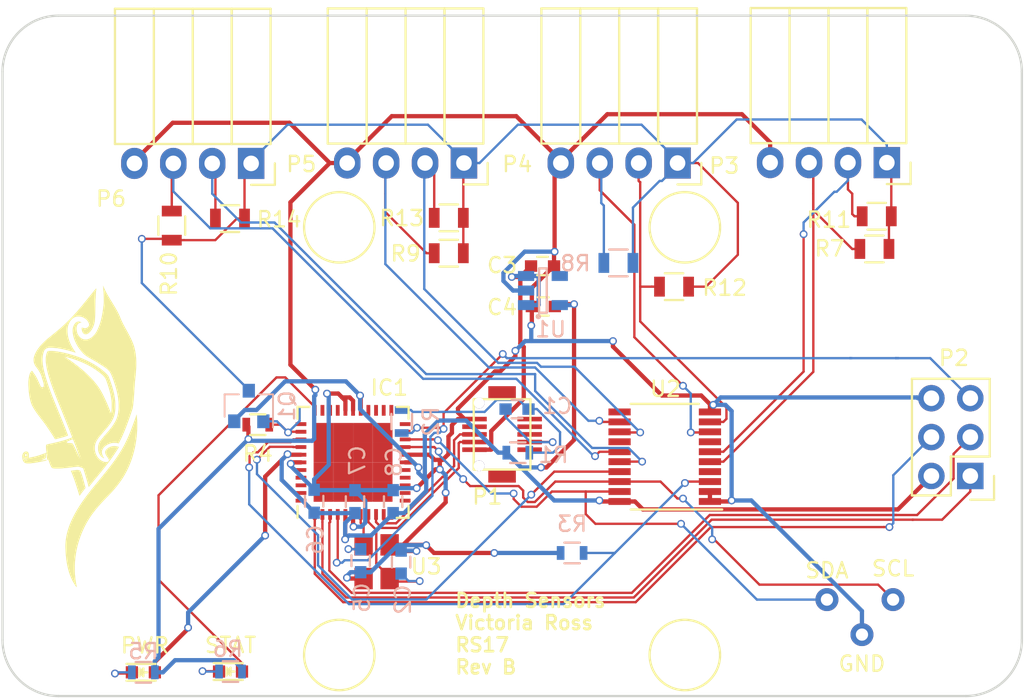
<source format=kicad_pcb>
(kicad_pcb (version 4) (host pcbnew 4.0.5-e0-6337~49~ubuntu16.04.1)
  (layers (0 F.Cu signal) (31 B.Cu signal) (34 B.Paste user) (35 F.Paste user) (36 B.SilkS user) (37 F.SilkS user) (38 B.Mask user) (39 F.Mask user) (44 Edge.Cuts user))
  (net 0 "")
  (net 1 +5V)
  (net 2 GND)
  (net 3 +3V3)
  (net 4 "Net-(C5-Pad1)")
  (net 5 /DTR)
  (net 6 /ATMega1284p/MOSI)
  (net 7 /ATMega1284p/MISO)
  (net 8 /ATMega1284p/SCK)
  (net 9 /ATMega1284p/~RST)
  (net 10 /Tx_CPU)
  (net 11 /Rx_CPU)
  (net 12 /SCL)
  (net 13 /SDA)
  (net 14 /~RST)
  (net 15 /~INT)
  (net 16 /SCL0)
  (net 17 /SDA0)
  (net 18 /SCL1)
  (net 19 /SDA1)
  (net 20 /SCL2)
  (net 21 /SDA2)
  (net 22 /SCL3)
  (net 23 /SDA3)
  (net 24 "Net-(C1-Pad1)")
  (net 25 "Net-(C2-Pad1)")
  (net 26 "Net-(D3-Pad1)")
  (net 27 "Net-(D4-Pad1)")
  (net 28 /DBG_LED)
  (net 29 /disable_depth)
  (net 30 /depth_power)
  (module Mounting_Holes:MountingHole_3.7mm (layer F.Cu) (at 101.1682 113.3602)
    (fp_text reference REF** hide)
    (fp_text value MountingHole_3.7mm)
    (pad 1 np_thru_hole circle (at 0 0) (size 3.7 3.7) (drill 3.7) (layers *.Cu *.Mask))
  )
  (module Mounting_Holes:MountingHole_3.7mm (layer F.Cu) (at 160.0962 113.3602)
    (fp_text reference REF** hide)
    (fp_text value MountingHole_3.7mm)
    (pad 1 np_thru_hole circle (at 0 0) (size 3.7 3.7) (drill 3.7) (layers *.Cu *.Mask))
  )
  (module Mounting_Holes:MountingHole_3.7mm (layer F.Cu) (at 160.0962 76.5302)
    (fp_text reference REF** hide)
    (fp_text value MountingHole_3.7mm)
    (pad 1 np_thru_hole circle (at 0 0) (size 3.7 3.7) (drill 3.7) (layers *.Cu *.Mask))
  )
  (module Pin_Headers:Pin_Header_Straight_2x03 (layer F.Cu) (at 160.5407 102.7938 180)
    (fp_text reference P2 (at 1.07 7.71 360) (layer F.SilkS))
    (fp_text value CONN_02X03)
    (pad 1 thru_hole rect (at 0 0 180) (size 1.7272 1.7272) (drill 1.016) (layers *.Cu *.Mask) (net 7 /ATMega1284p/MISO))
    (pad 2 thru_hole oval (at 2.54 0 180) (size 1.7272 1.7272) (drill 1.016) (layers *.Cu *.Mask) (net 3 +3V3))
    (pad 3 thru_hole oval (at 0 2.54 180) (size 1.7272 1.7272) (drill 1.016) (layers *.Cu *.Mask) (net 8 /ATMega1284p/SCK))
    (pad 4 thru_hole oval (at 2.54 2.54 180) (size 1.7272 1.7272) (drill 1.016) (layers *.Cu *.Mask) (net 6 /ATMega1284p/MOSI))
    (pad 5 thru_hole oval (at 0 5.08 180) (size 1.7272 1.7272) (drill 1.016) (layers *.Cu *.Mask) (net 9 /ATMega1284p/~RST))
    (pad 6 thru_hole oval (at 2.54 5.08 180) (size 1.7272 1.7272) (drill 1.016) (layers *.Cu *.Mask) (net 2 GND))
  )
  (module Socket_Strips:Socket_Strip_Angled_1x04 (layer F.Cu) (at 127.4826 82.3468 180)
    (fp_text reference P5 (at 10.6172 -0.0762 180) (layer F.SilkS))
    (fp_text value CONN_01X04)
    (pad 1 thru_hole rect (at 0 0 180) (size 1.7272 2.032) (drill 1.016) (layers *.Cu *.Mask) (net 30 /depth_power))
    (pad 2 thru_hole oval (at 2.54 0 180) (size 1.7272 2.032) (drill 1.016) (layers *.Cu *.Mask) (net 20 /SCL2))
    (pad 3 thru_hole oval (at 5.08 0 180) (size 1.7272 2.032) (drill 1.016) (layers *.Cu *.Mask) (net 21 /SDA2))
    (pad 4 thru_hole oval (at 7.62 0 180) (size 1.7272 2.032) (drill 1.016) (layers *.Cu *.Mask) (net 2 GND))
  )
  (module Socket_Strips:Socket_Strip_Angled_1x04 (layer F.Cu) (at 141.4272 82.3468 180)
    (fp_text reference P4 (at 10.4648 -0.0762 180) (layer F.SilkS))
    (fp_text value CONN_01X04)
    (pad 1 thru_hole rect (at 0 0 180) (size 1.7272 2.032) (drill 1.016) (layers *.Cu *.Mask) (net 30 /depth_power))
    (pad 2 thru_hole oval (at 2.54 0 180) (size 1.7272 2.032) (drill 1.016) (layers *.Cu *.Mask) (net 18 /SCL1))
    (pad 3 thru_hole oval (at 5.08 0 180) (size 1.7272 2.032) (drill 1.016) (layers *.Cu *.Mask) (net 19 /SDA1))
    (pad 4 thru_hole oval (at 7.62 0 180) (size 1.7272 2.032) (drill 1.016) (layers *.Cu *.Mask) (net 2 GND))
  )
  (module Socket_Strips:Socket_Strip_Angled_1x04 (layer F.Cu) (at 113.5888 82.3722 180)
    (fp_text reference P6 (at 9.144 -2.3114 180) (layer F.SilkS))
    (fp_text value CONN_01X04)
    (pad 1 thru_hole rect (at 0 0 180) (size 1.7272 2.032) (drill 1.016) (layers *.Cu *.Mask) (net 30 /depth_power))
    (pad 2 thru_hole oval (at 2.54 0 180) (size 1.7272 2.032) (drill 1.016) (layers *.Cu *.Mask) (net 22 /SCL3))
    (pad 3 thru_hole oval (at 5.08 0 180) (size 1.7272 2.032) (drill 1.016) (layers *.Cu *.Mask) (net 23 /SDA3))
    (pad 4 thru_hole oval (at 7.62 0 180) (size 1.7272 2.032) (drill 1.016) (layers *.Cu *.Mask) (net 2 GND))
  )
  (module Housings_SSOP:TSSOP-20_4.4x6.5mm_Pitch0.65mm (layer F.Cu) (at 140.5926 101.5348 180)
    (fp_text reference U2 (at -0.0472 4.4306 360) (layer F.SilkS))
    (fp_text value TCA9545A)
    (pad 1 smd rect (at -2.95 -2.925 180) (size 1.45 0.45) (layers F.Cu F.Paste F.Mask) (net 2 GND))
    (pad 2 smd rect (at -2.95 -2.275 180) (size 1.45 0.45) (layers F.Cu F.Paste F.Mask) (net 2 GND))
    (pad 3 smd rect (at -2.95 -1.625 180) (size 1.45 0.45) (layers F.Cu F.Paste F.Mask) (net 14 /~RST))
    (pad 4 smd rect (at -2.95 -0.975 180) (size 1.45 0.45) (layers F.Cu F.Paste F.Mask))
    (pad 5 smd rect (at -2.95 -0.325 180) (size 1.45 0.45) (layers F.Cu F.Paste F.Mask) (net 17 /SDA0))
    (pad 6 smd rect (at -2.95 0.325 180) (size 1.45 0.45) (layers F.Cu F.Paste F.Mask) (net 16 /SCL0))
    (pad 7 smd rect (at -2.95 0.975 180) (size 1.45 0.45) (layers F.Cu F.Paste F.Mask))
    (pad 8 smd rect (at -2.95 1.625 180) (size 1.45 0.45) (layers F.Cu F.Paste F.Mask) (net 19 /SDA1))
    (pad 9 smd rect (at -2.95 2.275 180) (size 1.45 0.45) (layers F.Cu F.Paste F.Mask) (net 18 /SCL1))
    (pad 10 smd rect (at -2.95 2.925 180) (size 1.45 0.45) (layers F.Cu F.Paste F.Mask) (net 2 GND))
    (pad 11 smd rect (at 2.95 2.925 180) (size 1.45 0.45) (layers F.Cu F.Paste F.Mask))
    (pad 12 smd rect (at 2.95 2.275 180) (size 1.45 0.45) (layers F.Cu F.Paste F.Mask) (net 21 /SDA2))
    (pad 13 smd rect (at 2.95 1.625 180) (size 1.45 0.45) (layers F.Cu F.Paste F.Mask) (net 20 /SCL2))
    (pad 14 smd rect (at 2.95 0.975 180) (size 1.45 0.45) (layers F.Cu F.Paste F.Mask))
    (pad 15 smd rect (at 2.95 0.325 180) (size 1.45 0.45) (layers F.Cu F.Paste F.Mask) (net 23 /SDA3))
    (pad 16 smd rect (at 2.95 -0.325 180) (size 1.45 0.45) (layers F.Cu F.Paste F.Mask) (net 22 /SCL3))
    (pad 17 smd rect (at 2.95 -0.975 180) (size 1.45 0.45) (layers F.Cu F.Paste F.Mask) (net 15 /~INT))
    (pad 18 smd rect (at 2.95 -1.625 180) (size 1.45 0.45) (layers F.Cu F.Paste F.Mask) (net 12 /SCL))
    (pad 19 smd rect (at 2.95 -2.275 180) (size 1.45 0.45) (layers F.Cu F.Paste F.Mask) (net 13 /SDA))
    (pad 20 smd rect (at 2.95 -2.925 180) (size 1.45 0.45) (layers F.Cu F.Paste F.Mask) (net 3 +3V3))
  )
  (module Resistors_SMD:R_0603 (layer B.Cu) (at 112.2426 115.57)
    (fp_text reference R6 (at -0.1778 -1.4732) (layer B.SilkS) (effects (justify mirror)))
    (fp_text value 65)
    (pad 1 smd rect (at -0.75 0) (size 0.5 0.9) (layers B.Cu B.Paste B.Mask) (net 27 "Net-(D4-Pad1)"))
    (pad 2 smd rect (at 0.75 0) (size 0.5 0.9) (layers B.Cu B.Paste B.Mask) (net 2 GND))
  )
  (module Capacitors_SMD:C_0603 (layer B.Cu) (at 130.949 98.425 180)
    (fp_text reference C1 (at -2.6296 0.2032 360) (layer B.SilkS) (effects (justify mirror)))
    (fp_text value 100nF)
    (pad 1 smd rect (at -0.75 0 180) (size 0.8 0.75) (layers B.Cu B.Paste B.Mask) (net 24 "Net-(C1-Pad1)"))
    (pad 2 smd rect (at 0.75 0 180) (size 0.8 0.75) (layers B.Cu B.Paste B.Mask) (net 5 /DTR))
  )
  (module Capacitors_SMD:C_0603 (layer B.Cu) (at 123.3805 108.4199 90)
    (fp_text reference C2 (at -2.4511 0.1143 270) (layer B.SilkS) (effects (justify mirror)))
    (fp_text value 18p)
    (pad 1 smd rect (at -0.75 0 90) (size 0.8 0.75) (layers B.Cu B.Paste B.Mask) (net 25 "Net-(C2-Pad1)"))
    (pad 2 smd rect (at 0.75 0 90) (size 0.8 0.75) (layers B.Cu B.Paste B.Mask) (net 2 GND))
  )
  (module Capacitors_SMD:C_0603 (layer F.Cu) (at 132.6134 89.0778)
    (fp_text reference C3 (at -2.6416 -0.0508 180) (layer F.SilkS))
    (fp_text value 1µF)
    (pad 1 smd rect (at -0.75 0) (size 0.8 0.75) (layers F.Cu F.Paste F.Mask) (net 1 +5V))
    (pad 2 smd rect (at 0.75 0) (size 0.8 0.75) (layers F.Cu F.Paste F.Mask) (net 2 GND))
  )
  (module Capacitors_SMD:C_0603 (layer F.Cu) (at 132.6642 91.7194 180)
    (fp_text reference C4 (at 2.6924 -0.0508 360) (layer F.SilkS))
    (fp_text value 1µF)
    (pad 1 smd rect (at -0.75 0 180) (size 0.8 0.75) (layers F.Cu F.Paste F.Mask) (net 3 +3V3))
    (pad 2 smd rect (at 0.75 0 180) (size 0.8 0.75) (layers F.Cu F.Paste F.Mask) (net 2 GND))
  )
  (module Capacitors_SMD:C_0603 (layer B.Cu) (at 120.7389 108.3303 270)
    (fp_text reference C5 (at 2.4137 -0.0889 450) (layer B.SilkS) (effects (justify mirror)))
    (fp_text value 18p)
    (pad 1 smd rect (at -0.75 0 270) (size 0.8 0.75) (layers B.Cu B.Paste B.Mask) (net 4 "Net-(C5-Pad1)"))
    (pad 2 smd rect (at 0.75 0 270) (size 0.8 0.75) (layers B.Cu B.Paste B.Mask) (net 2 GND))
  )
  (module Capacitors_SMD:C_0603 (layer B.Cu) (at 117.7036 104.4448 90)
    (fp_text reference C6 (at -2.5146 0.0762 90) (layer B.SilkS) (effects (justify mirror)))
    (fp_text value 100n)
    (pad 1 smd rect (at -0.75 0 90) (size 0.8 0.75) (layers B.Cu B.Paste B.Mask) (net 3 +3V3))
    (pad 2 smd rect (at 0.75 0 90) (size 0.8 0.75) (layers B.Cu B.Paste B.Mask) (net 2 GND))
  )
  (module Capacitors_SMD:C_0603 (layer B.Cu) (at 120.3706 104.4702 90)
    (fp_text reference C7 (at 2.6924 0.1524 270) (layer B.SilkS) (effects (justify mirror)))
    (fp_text value 100n)
    (pad 1 smd rect (at -0.75 0 90) (size 0.8 0.75) (layers B.Cu B.Paste B.Mask) (net 3 +3V3))
    (pad 2 smd rect (at 0.75 0 90) (size 0.8 0.75) (layers B.Cu B.Paste B.Mask) (net 2 GND))
  )
  (module Housings_DFN_QFN:QFN-44-1EP_7x7mm_Pitch0.5mm (layer F.Cu) (at 120.2436 101.9048 90)
    (fp_text reference IC1 (at 4.8768 2.3622 180) (layer F.SilkS))
    (fp_text value ATMEGA1284P-M)
    (pad 1 smd rect (at -3.4 -2.5 90) (size 0.7 0.25) (layers F.Cu F.Paste F.Mask) (net 6 /ATMega1284p/MOSI))
    (pad 2 smd rect (at -3.4 -2 90) (size 0.7 0.25) (layers F.Cu F.Paste F.Mask) (net 7 /ATMega1284p/MISO))
    (pad 3 smd rect (at -3.4 -1.5 90) (size 0.7 0.25) (layers F.Cu F.Paste F.Mask) (net 8 /ATMega1284p/SCK))
    (pad 4 smd rect (at -3.4 -1 90) (size 0.7 0.25) (layers F.Cu F.Paste F.Mask) (net 9 /ATMega1284p/~RST))
    (pad 5 smd rect (at -3.4 -0.5 90) (size 0.7 0.25) (layers F.Cu F.Paste F.Mask) (net 3 +3V3))
    (pad 6 smd rect (at -3.4 0 90) (size 0.7 0.25) (layers F.Cu F.Paste F.Mask) (net 2 GND))
    (pad 7 smd rect (at -3.4 0.5 90) (size 0.7 0.25) (layers F.Cu F.Paste F.Mask) (net 4 "Net-(C5-Pad1)"))
    (pad 8 smd rect (at -3.4 1 90) (size 0.7 0.25) (layers F.Cu F.Paste F.Mask) (net 25 "Net-(C2-Pad1)"))
    (pad 9 smd rect (at -3.4 1.5 90) (size 0.7 0.25) (layers F.Cu F.Paste F.Mask) (net 10 /Tx_CPU))
    (pad 10 smd rect (at -3.4 2 90) (size 0.7 0.25) (layers F.Cu F.Paste F.Mask) (net 11 /Rx_CPU))
    (pad 11 smd rect (at -3.4 2.5 90) (size 0.7 0.25) (layers F.Cu F.Paste F.Mask))
    (pad 12 smd rect (at -2.5 3.4 180) (size 0.7 0.25) (layers F.Cu F.Paste F.Mask))
    (pad 13 smd rect (at -2 3.4 180) (size 0.7 0.25) (layers F.Cu F.Paste F.Mask))
    (pad 14 smd rect (at -1.5 3.4 180) (size 0.7 0.25) (layers F.Cu F.Paste F.Mask))
    (pad 15 smd rect (at -1 3.4 180) (size 0.7 0.25) (layers F.Cu F.Paste F.Mask))
    (pad 16 smd rect (at -0.5 3.4 180) (size 0.7 0.25) (layers F.Cu F.Paste F.Mask))
    (pad 17 smd rect (at 0 3.4 180) (size 0.7 0.25) (layers F.Cu F.Paste F.Mask) (net 3 +3V3))
    (pad 18 smd rect (at 0.5 3.4 180) (size 0.7 0.25) (layers F.Cu F.Paste F.Mask) (net 2 GND))
    (pad 19 smd rect (at 1 3.4 180) (size 0.7 0.25) (layers F.Cu F.Paste F.Mask) (net 12 /SCL))
    (pad 20 smd rect (at 1.5 3.4 180) (size 0.7 0.25) (layers F.Cu F.Paste F.Mask) (net 13 /SDA))
    (pad 21 smd rect (at 2 3.4 180) (size 0.7 0.25) (layers F.Cu F.Paste F.Mask))
    (pad 22 smd rect (at 2.5 3.4 180) (size 0.7 0.25) (layers F.Cu F.Paste F.Mask))
    (pad 23 smd rect (at 3.4 2.5 90) (size 0.7 0.25) (layers F.Cu F.Paste F.Mask))
    (pad 24 smd rect (at 3.4 2 90) (size 0.7 0.25) (layers F.Cu F.Paste F.Mask))
    (pad 25 smd rect (at 3.4 1.5 90) (size 0.7 0.25) (layers F.Cu F.Paste F.Mask))
    (pad 26 smd rect (at 3.4 1 90) (size 0.7 0.25) (layers F.Cu F.Paste F.Mask))
    (pad 27 smd rect (at 3.4 0.5 90) (size 0.7 0.25) (layers F.Cu F.Paste F.Mask) (net 3 +3V3))
    (pad 28 smd rect (at 3.4 0 90) (size 0.7 0.25) (layers F.Cu F.Paste F.Mask) (net 2 GND))
    (pad 29 smd rect (at 3.4 -0.5 90) (size 0.7 0.25) (layers F.Cu F.Paste F.Mask) (net 2 GND))
    (pad 30 smd rect (at 3.4 -1 90) (size 0.7 0.25) (layers F.Cu F.Paste F.Mask))
    (pad 31 smd rect (at 3.4 -1.5 90) (size 0.7 0.25) (layers F.Cu F.Paste F.Mask))
    (pad 32 smd rect (at 3.4 -2 90) (size 0.7 0.25) (layers F.Cu F.Paste F.Mask))
    (pad 33 smd rect (at 3.4 -2.5 90) (size 0.7 0.25) (layers F.Cu F.Paste F.Mask) (net 28 /DBG_LED))
    (pad 34 smd rect (at 2.5 -3.4 180) (size 0.7 0.25) (layers F.Cu F.Paste F.Mask))
    (pad 35 smd rect (at 2 -3.4 180) (size 0.7 0.25) (layers F.Cu F.Paste F.Mask) (net 29 /disable_depth))
    (pad 36 smd rect (at 1.5 -3.4 180) (size 0.7 0.25) (layers F.Cu F.Paste F.Mask) (net 14 /~RST))
    (pad 37 smd rect (at 1 -3.4 180) (size 0.7 0.25) (layers F.Cu F.Paste F.Mask) (net 15 /~INT))
    (pad 38 smd rect (at 0.5 -3.4 180) (size 0.7 0.25) (layers F.Cu F.Paste F.Mask) (net 3 +3V3))
    (pad 39 smd rect (at 0 -3.4 180) (size 0.7 0.25) (layers F.Cu F.Paste F.Mask) (net 2 GND))
    (pad 40 smd rect (at -0.5 -3.4 180) (size 0.7 0.25) (layers F.Cu F.Paste F.Mask))
    (pad 41 smd rect (at -1 -3.4 180) (size 0.7 0.25) (layers F.Cu F.Paste F.Mask))
    (pad 42 smd rect (at -1.5 -3.4 180) (size 0.7 0.25) (layers F.Cu F.Paste F.Mask))
    (pad 43 smd rect (at -2 -3.4 180) (size 0.7 0.25) (layers F.Cu F.Paste F.Mask))
    (pad 44 smd rect (at -2.5 -3.4 180) (size 0.7 0.25) (layers F.Cu F.Paste F.Mask))
    (pad 45 smd rect (at 1.93125 1.93125 90) (size 1.2875 1.2875) (layers F.Cu F.Paste F.Mask))
    (pad 45 smd rect (at 1.93125 0.64375 90) (size 1.2875 1.2875) (layers F.Cu F.Paste F.Mask))
    (pad 45 smd rect (at 1.93125 -0.64375 90) (size 1.2875 1.2875) (layers F.Cu F.Paste F.Mask))
    (pad 45 smd rect (at 1.93125 -1.93125 90) (size 1.2875 1.2875) (layers F.Cu F.Paste F.Mask))
    (pad 45 smd rect (at 0.64375 1.93125 90) (size 1.2875 1.2875) (layers F.Cu F.Paste F.Mask))
    (pad 45 smd rect (at 0.64375 0.64375 90) (size 1.2875 1.2875) (layers F.Cu F.Paste F.Mask))
    (pad 45 smd rect (at 0.64375 -0.64375 90) (size 1.2875 1.2875) (layers F.Cu F.Paste F.Mask))
    (pad 45 smd rect (at 0.64375 -1.93125 90) (size 1.2875 1.2875) (layers F.Cu F.Paste F.Mask))
    (pad 45 smd rect (at -0.64375 1.93125 90) (size 1.2875 1.2875) (layers F.Cu F.Paste F.Mask))
    (pad 45 smd rect (at -0.64375 0.64375 90) (size 1.2875 1.2875) (layers F.Cu F.Paste F.Mask))
    (pad 45 smd rect (at -0.64375 -0.64375 90) (size 1.2875 1.2875) (layers F.Cu F.Paste F.Mask))
    (pad 45 smd rect (at -0.64375 -1.93125 90) (size 1.2875 1.2875) (layers F.Cu F.Paste F.Mask))
    (pad 45 smd rect (at -1.93125 1.93125 90) (size 1.2875 1.2875) (layers F.Cu F.Paste F.Mask))
    (pad 45 smd rect (at -1.93125 0.64375 90) (size 1.2875 1.2875) (layers F.Cu F.Paste F.Mask))
    (pad 45 smd rect (at -1.93125 -0.64375 90) (size 1.2875 1.2875) (layers F.Cu F.Paste F.Mask))
    (pad 45 smd rect (at -1.93125 -1.93125 90) (size 1.2875 1.2875) (layers F.Cu F.Paste F.Mask))
  )
  (module Resistors_SMD:R_0603 (layer B.Cu) (at 130.9998 101.2698)
    (fp_text reference R1 (at 2.3248 0.1524 180) (layer B.SilkS) (effects (justify mirror)))
    (fp_text value 10k)
    (pad 1 smd rect (at -0.75 0) (size 0.5 0.9) (layers B.Cu B.Paste B.Mask) (net 3 +3V3))
    (pad 2 smd rect (at 0.75 0) (size 0.5 0.9) (layers B.Cu B.Paste B.Mask) (net 24 "Net-(C1-Pad1)"))
  )
  (module Resistors_SMD:R_0603 (layer B.Cu) (at 123.4186 99.2378 90)
    (fp_text reference R2 (at 0 1.905 90) (layer B.SilkS) (effects (justify mirror)))
    (fp_text value 1k)
    (pad 1 smd rect (at -0.75 0 90) (size 0.5 0.9) (layers B.Cu B.Paste B.Mask) (net 9 /ATMega1284p/~RST))
    (pad 2 smd rect (at 0.75 0 90) (size 0.5 0.9) (layers B.Cu B.Paste B.Mask) (net 24 "Net-(C1-Pad1)"))
  )
  (module TO_SOT_Packages_SMD:SOT-23-5 (layer B.Cu) (at 132.6388 90.678)
    (fp_text reference U1 (at 0.508 2.54) (layer B.SilkS) (effects (justify mirror)))
    (fp_text value AP2112)
    (pad 1 smd rect (at -1.1 0.95) (size 1.06 0.65) (layers B.Cu B.Paste B.Mask) (net 1 +5V))
    (pad 2 smd rect (at -1.1 0) (size 1.06 0.65) (layers B.Cu B.Paste B.Mask) (net 2 GND))
    (pad 3 smd rect (at -1.1 -0.95) (size 1.06 0.65) (layers B.Cu B.Paste B.Mask) (net 1 +5V))
    (pad 4 smd rect (at 1.1 -0.95) (size 1.06 0.65) (layers B.Cu B.Paste B.Mask))
    (pad 5 smd rect (at 1.1 0.95) (size 1.06 0.65) (layers B.Cu B.Paste B.Mask) (net 3 +3V3))
  )
  (module Capacitors_SMD:C_0603 (layer B.Cu) (at 122.8598 104.4702 90)
    (fp_text reference C8 (at 2.5908 0.0508 90) (layer B.SilkS) (effects (justify mirror)))
    (fp_text value 4.7u)
    (pad 1 smd rect (at -0.75 0 90) (size 0.8 0.75) (layers B.Cu B.Paste B.Mask) (net 3 +3V3))
    (pad 2 smd rect (at 0.75 0 90) (size 0.8 0.75) (layers B.Cu B.Paste B.Mask) (net 2 GND))
  )
  (module Resistors_SMD:R_0603 (layer B.Cu) (at 106.553 115.6208)
    (fp_text reference R5 (at 0 -1.3716) (layer B.SilkS) (effects (justify mirror)))
    (fp_text value 65)
    (pad 1 smd rect (at -0.75 0) (size 0.5 0.9) (layers B.Cu B.Paste B.Mask) (net 26 "Net-(D3-Pad1)"))
    (pad 2 smd rect (at 0.75 0) (size 0.5 0.9) (layers B.Cu B.Paste B.Mask) (net 2 GND))
  )
  (module robosub_footprints:DFN-4 (layer F.Cu) (at 121.7803 108.3945 270)
    (fp_text reference U3 (at 0.3175 -3.2385 360) (layer F.SilkS))
    (fp_text value TSX-3225)
    (pad 2 smd rect (at 1.1 0.85 270) (size 1.4 1.2) (layers F.Cu F.Paste F.Mask) (net 2 GND))
    (pad 1 smd rect (at -1.1 0.85 270) (size 1.4 1.2) (layers F.Cu F.Paste F.Mask) (net 4 "Net-(C5-Pad1)"))
    (pad 4 smd rect (at -1.1 -0.85 270) (size 1.4 1.2) (layers F.Cu F.Paste F.Mask) (net 2 GND))
    (pad 3 smd rect (at 1.1 -0.85 270) (size 1.4 1.2) (layers F.Cu F.Paste F.Mask) (net 25 "Net-(C2-Pad1)"))
  )
  (module LEDs:LED_0603 (layer F.Cu) (at 106.553 115.6208)
    (fp_text reference D3 hide)
    (fp_text value LED)
    (pad 2 smd rect (at 0.7493 0 180) (size 0.79756 0.79756) (layers F.Cu F.Paste F.Mask) (net 3 +3V3))
    (pad 1 smd rect (at -0.7493 0 180) (size 0.79756 0.79756) (layers F.Cu F.Paste F.Mask) (net 26 "Net-(D3-Pad1)"))
  )
  (module LEDs:LED_0603 (layer F.Cu) (at 112.2426 115.57)
    (fp_text reference D4 hide)
    (fp_text value LED)
    (pad 2 smd rect (at 0.7493 0 180) (size 0.79756 0.79756) (layers F.Cu F.Paste F.Mask) (net 28 /DBG_LED))
    (pad 1 smd rect (at -0.7493 0 180) (size 0.79756 0.79756) (layers F.Cu F.Paste F.Mask) (net 27 "Net-(D4-Pad1)"))
  )
  (module robosub_footprints:3mm-10pos-receptacle (layer F.Cu) (at 129.9718 100.076 90)
    (fp_text reference P1 (at -4.064 -0.9652 180) (layer F.SilkS))
    (fp_text value Mezzanine-Header)
    (pad "" thru_hole circle (at 2.05 -1.5 90) (size 0.7 0.7) (drill 0.7) (layers *.Cu *.Mask))
    (pad "" thru_hole circle (at -2.05 -1.5 90) (size 0.7 0.7) (drill 0.7) (layers *.Cu *.Mask))
    (pad 6 smd rect (at 0 1.8 90) (size 0.3 1.6) (layers F.Cu F.Paste F.Mask))
    (pad 10 smd rect (at 1 1.8 90) (size 0.3 1.6) (layers F.Cu F.Paste F.Mask))
    (pad 8 smd rect (at 0.5 1.8 90) (size 0.3 1.6) (layers F.Cu F.Paste F.Mask))
    (pad 2 smd rect (at -1 1.8 90) (size 0.3 1.6) (layers F.Cu F.Paste F.Mask))
    (pad 4 smd rect (at -0.5 1.8 90) (size 0.3 1.6) (layers F.Cu F.Paste F.Mask) (net 5 /DTR))
    (pad 5 smd rect (at 0 -1.8 90) (size 0.3 1.6) (layers F.Cu F.Paste F.Mask) (net 11 /Rx_CPU))
    (pad 3 smd rect (at -0.5 -1.8 90) (size 0.3 1.6) (layers F.Cu F.Paste F.Mask) (net 10 /Tx_CPU))
    (pad 1 smd rect (at -1 -1.8 90) (size 0.3 1.6) (layers F.Cu F.Paste F.Mask) (net 1 +5V))
    (pad 9 smd rect (at 1 -1.8 90) (size 0.3 1.6) (layers F.Cu F.Paste F.Mask) (net 2 GND))
    (pad 7 smd rect (at 0.5 -1.8 90) (size 0.3 1.6) (layers F.Cu F.Paste F.Mask))
    (pad "" smd rect (at 2.75 0 90) (size 0.8 1.8) (layers F.Cu F.Paste F.Mask))
    (pad "" smd rect (at -2.75 0 90) (size 0.8 1.8) (layers F.Cu F.Paste F.Mask))
  )
  (module Measurement_Points:Measurement_Point_Round-TH_Small (layer F.Cu) (at 151.1808 110.871)
    (fp_text reference W1 hide)
    (fp_text value TEST_1P)
    (pad 1 thru_hole circle (at 0 0) (size 1.5 1.5) (drill 0.8) (layers *.Cu *.Mask) (net 13 /SDA))
  )
  (module Measurement_Points:Measurement_Point_Round-TH_Small (layer F.Cu) (at 155.4988 110.871)
    (fp_text reference W2 hide)
    (fp_text value TEST_1P)
    (pad 1 thru_hole circle (at 0 0) (size 1.5 1.5) (drill 0.8) (layers *.Cu *.Mask) (net 12 /SCL))
  )
  (module Measurement_Points:Measurement_Point_Round-TH_Small (layer F.Cu) (at 153.4668 113.157)
    (fp_text reference W3 hide)
    (fp_text value TEST_1P)
    (pad 1 thru_hole circle (at 0 0) (size 1.5 1.5) (drill 0.8) (layers *.Cu *.Mask) (net 2 GND))
  )
  (module Socket_Strips:Socket_Strip_Angled_1x04 (layer F.Cu) (at 155.0924 82.3214 180)
    (fp_text reference P3 (at 10.6172 -0.2032 180) (layer F.SilkS))
    (fp_text value CONN_01X04)
    (pad 1 thru_hole rect (at 0 0 180) (size 1.7272 2.032) (drill 1.016) (layers *.Cu *.Mask) (net 30 /depth_power))
    (pad 2 thru_hole oval (at 2.54 0 180) (size 1.7272 2.032) (drill 1.016) (layers *.Cu *.Mask) (net 16 /SCL0))
    (pad 3 thru_hole oval (at 5.08 0 180) (size 1.7272 2.032) (drill 1.016) (layers *.Cu *.Mask) (net 17 /SDA0))
    (pad 4 thru_hole oval (at 7.62 0 180) (size 1.7272 2.032) (drill 1.016) (layers *.Cu *.Mask) (net 2 GND))
  )
  (module Resistors_SMD:R_0603 (layer B.Cu) (at 134.5438 107.823 180)
    (fp_text reference R3 (at 0 1.9 180) (layer B.SilkS) (effects (justify mirror)))
    (fp_text value 10k)
    (pad 1 smd rect (at -0.75 0 180) (size 0.5 0.9) (layers B.Cu B.Paste B.Mask) (net 14 /~RST))
    (pad 2 smd rect (at 0.75 0 180) (size 0.5 0.9) (layers B.Cu B.Paste B.Mask) (net 2 GND))
  )
  (module TO_SOT_Packages_SMD:SOT-23 (layer B.Cu) (at 113.4364 98.2218 90)
    (fp_text reference Q1 (at 0 2.5 90) (layer B.SilkS) (effects (justify mirror)))
    (fp_text value Q_PMOS_GSD)
    (pad 1 smd rect (at -1 0.95 90) (size 0.9 0.8) (layers B.Cu B.Paste B.Mask) (net 29 /disable_depth))
    (pad 2 smd rect (at -1 -0.95 90) (size 0.9 0.8) (layers B.Cu B.Paste B.Mask) (net 3 +3V3))
    (pad 3 smd rect (at 1 0 90) (size 0.9 0.8) (layers B.Cu B.Paste B.Mask) (net 30 /depth_power))
  )
  (module Resistors_SMD:R_0603 (layer F.Cu) (at 114.0206 99.441 180)
    (fp_text reference R4 (at 0 -1.9 180) (layer F.SilkS))
    (fp_text value 10k)
    (pad 1 smd rect (at -0.75 0 180) (size 0.5 0.9) (layers F.Cu F.Paste F.Mask) (net 29 /disable_depth))
    (pad 2 smd rect (at 0.75 0 180) (size 0.5 0.9) (layers F.Cu F.Paste F.Mask) (net 2 GND))
  )
  (module Resistors_SMD:R_0805 (layer F.Cu) (at 154.2796 87.9602 180)
    (fp_text reference R7 (at 2.921 0.0254 180) (layer F.SilkS))
    (fp_text value 2k)
    (pad 1 smd rect (at -0.95 0 180) (size 0.7 1.3) (layers F.Cu F.Paste F.Mask) (net 30 /depth_power))
    (pad 2 smd rect (at 0.95 0 180) (size 0.7 1.3) (layers F.Cu F.Paste F.Mask) (net 17 /SDA0))
  )
  (module Resistors_SMD:R_0805 (layer B.Cu) (at 137.5664 88.8746 180)
    (fp_text reference R8 (at 2.8042 -0.0254 180) (layer B.SilkS) (effects (justify mirror)))
    (fp_text value 2k)
    (pad 1 smd rect (at -0.95 0 180) (size 0.7 1.3) (layers B.Cu B.Paste B.Mask) (net 30 /depth_power))
    (pad 2 smd rect (at 0.95 0 180) (size 0.7 1.3) (layers B.Cu B.Paste B.Mask) (net 19 /SDA1))
  )
  (module Resistors_SMD:R_0805 (layer F.Cu) (at 126.492 88.2396 180)
    (fp_text reference R9 (at 2.8194 -0.0254 180) (layer F.SilkS))
    (fp_text value 2k)
    (pad 1 smd rect (at -0.95 0 180) (size 0.7 1.3) (layers F.Cu F.Paste F.Mask) (net 30 /depth_power))
    (pad 2 smd rect (at 0.95 0 180) (size 0.7 1.3) (layers F.Cu F.Paste F.Mask) (net 21 /SDA2))
  )
  (module Resistors_SMD:R_0805 (layer F.Cu) (at 108.4072 86.4362 90)
    (fp_text reference R10 (at -3.1496 -0.1778 90) (layer F.SilkS))
    (fp_text value 2k)
    (pad 1 smd rect (at -0.95 0 90) (size 0.7 1.3) (layers F.Cu F.Paste F.Mask) (net 30 /depth_power))
    (pad 2 smd rect (at 0.95 0 90) (size 0.7 1.3) (layers F.Cu F.Paste F.Mask) (net 23 /SDA3))
  )
  (module Resistors_SMD:R_0805 (layer F.Cu) (at 154.432 85.8266 180)
    (fp_text reference R11 (at 3.1242 -0.2286 180) (layer F.SilkS))
    (fp_text value 2k)
    (pad 1 smd rect (at -0.95 0 180) (size 0.7 1.3) (layers F.Cu F.Paste F.Mask) (net 30 /depth_power))
    (pad 2 smd rect (at 0.95 0 180) (size 0.7 1.3) (layers F.Cu F.Paste F.Mask) (net 16 /SCL0))
  )
  (module Resistors_SMD:R_0805 (layer F.Cu) (at 141.1986 90.424 180)
    (fp_text reference R12 (at -3.302 -0.0762 180) (layer F.SilkS))
    (fp_text value 2k)
    (pad 1 smd rect (at -0.95 0 180) (size 0.7 1.3) (layers F.Cu F.Paste F.Mask) (net 30 /depth_power))
    (pad 2 smd rect (at 0.95 0 180) (size 0.7 1.3) (layers F.Cu F.Paste F.Mask) (net 18 /SCL1))
  )
  (module Resistors_SMD:R_0805 (layer F.Cu) (at 126.492 85.9282 180)
    (fp_text reference R13 (at 3.0734 -0.0254 180) (layer F.SilkS))
    (fp_text value 2k)
    (pad 1 smd rect (at -0.95 0 180) (size 0.7 1.3) (layers F.Cu F.Paste F.Mask) (net 30 /depth_power))
    (pad 2 smd rect (at 0.95 0 180) (size 0.7 1.3) (layers F.Cu F.Paste F.Mask) (net 20 /SCL2))
  )
  (module Resistors_SMD:R_0805 (layer F.Cu) (at 112.207 85.979 180)
    (fp_text reference R14 (at -3.2106 -0.0508 180) (layer F.SilkS))
    (fp_text value 2k)
    (pad 1 smd rect (at -0.95 0 180) (size 0.7 1.3) (layers F.Cu F.Paste F.Mask) (net 30 /depth_power))
    (pad 2 smd rect (at 0.95 0 180) (size 0.7 1.3) (layers F.Cu F.Paste F.Mask) (net 22 /SCL3))
  )
  (module robosub_footprints:3mm-support (layer F.Cu) (at 119.3442 114.488204)
    (fp_text reference P7 hide)
    (fp_text value Spacer)
    (pad "" np_thru_hole circle (at 0 0) (size 2.5 2.5) (drill 2.5) (layers *.Cu *.Mask))
  )
  (module robosub_footprints:3mm-support (layer F.Cu) (at 141.9042 114.488204)
    (fp_text reference P8 hide)
    (fp_text value Spacer)
    (pad "" np_thru_hole circle (at 0 0) (size 2.5 2.5) (drill 2.5) (layers *.Cu *.Mask))
  )
  (module robosub_footprints:3mm-support (layer F.Cu) (at 141.9042 86.548204)
    (fp_text reference P9 hide)
    (fp_text value Spacer)
    (pad "" np_thru_hole circle (at 0 0) (size 2.5 2.5) (drill 2.5) (layers *.Cu *.Mask))
  )
  (module robosub_footprints:3mm-support (layer F.Cu) (at 119.3442 86.548204)
    (fp_text reference P10 hide)
    (fp_text value Spacer)
    (pad "" np_thru_hole circle (at 0 0) (size 2.5 2.5) (drill 2.5) (layers *.Cu *.Mask))
  )
  (module robosub_footprints:robosub_logo-large (layer F.Cu) (at 102.6414 100.076 90)
    (fp_text reference G*** hide)
    (fp_text value LOGO hide)
  )
  (module Mounting_Holes:MountingHole_3.7mm (layer F.Cu) (at 101.1682 76.5302)
    (fp_text reference REF** hide)
    (fp_text value MountingHole_3.7mm)
    (pad 1 np_thru_hole circle (at 0 0) (size 3.7 3.7) (drill 3.7) (layers *.Cu *.Mask))
  )
  (gr_arc (start 101.0158 113.5126) (end 97.3582 113.5126) (angle -90) (layer Edge.Cuts) (width 0.15))
  (gr_arc (start 160.2486 113.5126) (end 160.2486 117.1702) (angle -89.9) (layer Edge.Cuts) (width 0.15))
  (gr_arc (start 160.2486 76.3778) (end 163.9062 76.3778) (angle -90) (layer Edge.Cuts) (width 0.15))
  (gr_arc (start 101.0158 76.3778) (end 101.0158 72.7202) (angle -90) (layer Edge.Cuts) (width 0.15))
  (gr_line (start 160.2486 72.7202) (end 101.0158 72.7202) (layer Edge.Cuts) (width 0.15))
  (gr_line (start 97.3582 76.3778) (end 97.3582 113.5126) (layer Edge.Cuts) (width 0.15))
  (gr_line (start 101.0158 117.1702) (end 160.2486 117.1702) (layer Edge.Cuts) (width 0.15))
  (gr_line (start 163.9062 113.5126) (end 163.9062 76.3778) (layer Edge.Cuts) (width 0.15))
  (gr_text GND (at 153.4668 115.062) (layer F.SilkS) (effects (font (size 1 1))))
  (gr_text SDA (at 151.1808 108.966) (layer F.SilkS) (effects (font (size 1 1))))
  (gr_text SCL (at 155.4988 108.839) (layer F.SilkS) (effects (font (size 1 1))))
  (gr_text STAT (at 112.2426 113.8428) (layer F.SilkS) (effects (font (size 1 1))))
  (gr_text PWR (at 106.6546 113.8682) (layer F.SilkS) (effects (font (size 1 1))))
  (gr_text "Depth Sensors\nVictoria Ross\nRS17\nRev B" (at 126.8222 113.1062) (layer F.SilkS) (effects (font (size 0.9 0.9) (thickness 0.18)) (justify left)))
  (segment (start 129.263601 99.859441) (end 131.386097 97.736945) (width 0.2788) (layer F.Cu) (net 1))
  (segment (start 129.263601 101.062999) (end 129.263601 99.859441) (width 0.2788) (layer F.Cu) (net 1))
  (segment (start 131.163601 94.142882) (end 131.163601 89.800401) (width 0.2788) (layer F.Cu) (net 1))
  (segment (start 131.386097 94.365378) (end 131.163601 94.142882) (width 0.2788) (layer F.Cu) (net 1))
  (segment (start 131.386097 97.736945) (end 131.386097 94.365378) (width 0.2788) (layer F.Cu) (net 1))
  (segment (start 129.2506 101.076) (end 129.263601 101.062999) (width 0.2788) (layer F.Cu) (net 1))
  (segment (start 131.163601 89.800401) (end 131.1522 89.789) (width 0.2788) (layer F.Cu) (net 1))
  (segment (start 128.1718 101.076) (end 129.2506 101.076) (width 0.2788) (layer F.Cu) (net 1))
  (segment (start 130.6068 89.789) (end 131.1522 89.789) (width 0.2788) (layer F.Cu) (net 1))
  (segment (start 131.1522 89.789) (end 131.8634 89.0778) (width 0.2788) (layer F.Cu) (net 1))
  (segment (start 131.5388 89.728) (end 130.6678 89.728) (width 0.2788) (layer B.Cu) (net 1))
  (segment (start 130.6678 89.728) (end 130.6068 89.789) (width 0.2788) (layer B.Cu) (net 1))
  (via (at 130.6068 89.789) (size 0.508) (drill 0.3302) (layers F.Cu B.Cu) (net 1))
  (segment (start 131.5388 91.628) (end 132.3476 91.628) (width 0.2788) (layer B.Cu) (net 1))
  (segment (start 132.3476 91.628) (end 132.360601 91.614999) (width 0.2788) (layer B.Cu) (net 1))
  (segment (start 132.360601 91.614999) (end 132.360601 89.741001) (width 0.2788) (layer B.Cu) (net 1))
  (segment (start 132.360601 89.741001) (end 132.3476 89.728) (width 0.2788) (layer B.Cu) (net 1))
  (segment (start 132.3476 89.728) (end 131.5388 89.728) (width 0.2788) (layer B.Cu) (net 1))
  (segment (start 143.758706 98.146938) (end 144.242644 97.663) (width 0.2788) (layer B.Cu) (net 2))
  (segment (start 144.242644 97.663) (end 157.0736 97.663) (width 0.2788) (layer B.Cu) (net 2))
  (segment (start 157.0736 97.663) (end 157.1244 97.7138) (width 0.2788) (layer B.Cu) (net 2))
  (segment (start 157.1244 97.7138) (end 158.0007 97.7138) (width 0.2788) (layer B.Cu) (net 2))
  (segment (start 116.0913 79.7179) (end 108.4707 79.7179) (width 0.2788) (layer F.Cu) (net 2))
  (segment (start 108.4707 79.7179) (end 105.9688 82.2198) (width 0.2788) (layer F.Cu) (net 2))
  (segment (start 105.9688 82.2198) (end 105.9688 82.3722) (width 0.2788) (layer F.Cu) (net 2))
  (segment (start 118.7202 82.3468) (end 116.0913 79.7179) (width 0.2788) (layer F.Cu) (net 2))
  (segment (start 116.1542 84.9128) (end 116.1542 95.5294) (width 0.2788) (layer F.Cu) (net 2))
  (segment (start 116.1542 95.5294) (end 117.7798 97.155) (width 0.2788) (layer F.Cu) (net 2))
  (segment (start 119.8626 82.3468) (end 118.7202 82.3468) (width 0.2788) (layer F.Cu) (net 2))
  (segment (start 118.7202 82.3468) (end 116.1542 84.9128) (width 0.2788) (layer F.Cu) (net 2))
  (segment (start 130.8989 79.2861) (end 122.7709 79.2861) (width 0.2788) (layer F.Cu) (net 2))
  (segment (start 119.8626 82.1944) (end 119.8626 82.3468) (width 0.2788) (layer F.Cu) (net 2))
  (segment (start 122.7709 79.2861) (end 119.8626 82.1944) (width 0.2788) (layer F.Cu) (net 2))
  (segment (start 133.8072 82.1944) (end 130.8989 79.2861) (width 0.2788) (layer F.Cu) (net 2))
  (segment (start 145.6309 79.1591) (end 147.4724 81.0006) (width 0.2788) (layer F.Cu) (net 2))
  (segment (start 147.4724 81.0006) (end 147.4724 82.3214) (width 0.2788) (layer F.Cu) (net 2))
  (segment (start 136.8425 79.1591) (end 145.6309 79.1591) (width 0.2788) (layer F.Cu) (net 2))
  (segment (start 133.8072 82.3468) (end 133.8072 82.1944) (width 0.2788) (layer F.Cu) (net 2))
  (segment (start 133.8072 82.1944) (end 136.8425 79.1591) (width 0.2788) (layer F.Cu) (net 2))
  (segment (start 133.4008 88.138) (end 133.4008 82.7532) (width 0.2788) (layer F.Cu) (net 2))
  (segment (start 133.4008 82.7532) (end 133.8072 82.3468) (width 0.2788) (layer F.Cu) (net 2))
  (segment (start 107.303 115.6208) (end 107.303 114.892) (width 0.2788) (layer B.Cu) (net 2))
  (segment (start 107.303 114.892) (end 107.5436 114.6514) (width 0.2788) (layer B.Cu) (net 2))
  (segment (start 107.5436 106.2482) (end 113.411 100.3808) (width 0.2788) (layer B.Cu) (net 2))
  (segment (start 107.5436 114.6514) (end 107.5436 106.2482) (width 0.2788) (layer B.Cu) (net 2))
  (segment (start 112.9926 115.57) (end 112.9926 115.37) (width 0.2788) (layer B.Cu) (net 2))
  (segment (start 112.450799 114.828199) (end 108.624401 114.828199) (width 0.2788) (layer B.Cu) (net 2))
  (segment (start 112.9926 115.37) (end 112.450799 114.828199) (width 0.2788) (layer B.Cu) (net 2))
  (segment (start 108.624401 114.828199) (end 107.8318 115.6208) (width 0.2788) (layer B.Cu) (net 2))
  (segment (start 107.8318 115.6208) (end 107.303 115.6208) (width 0.2788) (layer B.Cu) (net 2))
  (segment (start 105.8418 83.0326) (end 105.8418 83.185) (width 0.2788) (layer F.Cu) (net 2))
  (segment (start 133.9088 83.0326) (end 133.9088 83.185) (width 0.2788) (layer F.Cu) (net 2))
  (segment (start 117.7798 97.155) (end 117.7798 97.51421) (width 0.2788) (layer B.Cu) (net 2))
  (segment (start 117.7798 97.51421) (end 117.7036 97.59041) (width 0.2788) (layer B.Cu) (net 2))
  (segment (start 117.7036 97.59041) (end 117.7036 100.36302) (width 0.2788) (layer B.Cu) (net 2))
  (segment (start 113.411 100.3808) (end 113.411 99.5814) (width 0.2788) (layer F.Cu) (net 2))
  (segment (start 113.411 99.5814) (end 113.2706 99.441) (width 0.2788) (layer F.Cu) (net 2))
  (segment (start 117.7036 100.36302) (end 117.571819 100.494801) (width 0.2788) (layer B.Cu) (net 2))
  (segment (start 117.571819 100.494801) (end 113.525001 100.494801) (width 0.2788) (layer B.Cu) (net 2))
  (segment (start 113.525001 100.494801) (end 113.411 100.3808) (width 0.2788) (layer B.Cu) (net 2))
  (via (at 113.411 100.3808) (size 0.508) (drill 0.3302) (layers F.Cu B.Cu) (net 2))
  (segment (start 129.4638 107.823) (end 125.5268 107.823) (width 0.2788) (layer F.Cu) (net 2))
  (segment (start 125.5268 107.823) (end 125.0188 107.315) (width 0.2788) (layer F.Cu) (net 2))
  (segment (start 133.7938 107.823) (end 129.4638 107.823) (width 0.2788) (layer B.Cu) (net 2))
  (via (at 129.4638 107.823) (size 0.508) (drill 0.3302) (layers F.Cu B.Cu) (net 2))
  (segment (start 137.2108 94.33921) (end 137.2108 93.98) (width 0.2788) (layer F.Cu) (net 2))
  (segment (start 143.5426 98.106) (end 142.9726 97.536) (width 0.2788) (layer F.Cu) (net 2))
  (segment (start 142.9726 97.536) (end 140.40759 97.536) (width 0.2788) (layer F.Cu) (net 2))
  (segment (start 140.40759 97.536) (end 137.2108 94.33921) (width 0.2788) (layer F.Cu) (net 2))
  (segment (start 143.5426 98.106) (end 143.717768 98.106) (width 0.2788) (layer F.Cu) (net 2))
  (segment (start 144.552738 98.146938) (end 143.758706 98.146938) (width 0.2788) (layer B.Cu) (net 2))
  (segment (start 143.717768 98.106) (end 143.758706 98.146938) (width 0.2788) (layer F.Cu) (net 2))
  (segment (start 143.5426 98.6098) (end 143.5426 98.106) (width 0.2788) (layer F.Cu) (net 2))
  (via (at 143.758706 98.146938) (size 0.508) (drill 0.3302) (layers F.Cu B.Cu) (net 2))
  (segment (start 144.9578 104.394) (end 144.9578 98.552) (width 0.2788) (layer B.Cu) (net 2))
  (segment (start 144.9578 98.552) (end 144.552738 98.146938) (width 0.2788) (layer B.Cu) (net 2))
  (segment (start 129.513744 95.958814) (end 129.85518 95.958814) (width 0.2788) (layer F.Cu) (net 2))
  (segment (start 128.1718 99.076) (end 127.5218 99.076) (width 0.2788) (layer F.Cu) (net 2))
  (segment (start 127.093 98.6472) (end 127.093 98.379558) (width 0.2788) (layer F.Cu) (net 2))
  (segment (start 131.474784 93.98) (end 130.839827 94.614957) (width 0.2788) (layer B.Cu) (net 2))
  (segment (start 127.5218 99.076) (end 127.093 98.6472) (width 0.2788) (layer F.Cu) (net 2))
  (via (at 130.839827 94.614957) (size 0.508) (drill 0.3302) (layers F.Cu B.Cu) (net 2))
  (segment (start 131.8768 93.98) (end 131.474784 93.98) (width 0.2788) (layer B.Cu) (net 2))
  (segment (start 127.093 98.379558) (end 129.513744 95.958814) (width 0.2788) (layer F.Cu) (net 2))
  (segment (start 129.85518 95.958814) (end 130.839827 94.974167) (width 0.2788) (layer F.Cu) (net 2))
  (segment (start 130.839827 94.974167) (end 130.839827 94.614957) (width 0.2788) (layer F.Cu) (net 2))
  (segment (start 121.3927 109.0803) (end 120.7389 109.0803) (width 0.2788) (layer B.Cu) (net 2))
  (segment (start 123.158 107.315) (end 121.3927 109.0803) (width 0.2788) (layer B.Cu) (net 2))
  (segment (start 125.0188 107.315) (end 123.158 107.315) (width 0.2788) (layer B.Cu) (net 2))
  (segment (start 153.4668 113.157) (end 153.4668 111.615134) (width 0.2788) (layer B.Cu) (net 2))
  (segment (start 153.4668 111.615134) (end 146.245666 104.394) (width 0.2788) (layer B.Cu) (net 2))
  (segment (start 146.245666 104.394) (end 144.9578 104.394) (width 0.2788) (layer B.Cu) (net 2))
  (segment (start 137.2108 93.98) (end 131.8768 93.98) (width 0.2788) (layer B.Cu) (net 2))
  (via (at 137.2108 93.98) (size 0.508) (drill 0.3302) (layers F.Cu B.Cu) (net 2))
  (segment (start 131.8768 92.964) (end 131.8768 93.98) (width 0.2788) (layer B.Cu) (net 2))
  (segment (start 131.9142 91.7194) (end 131.9142 92.9266) (width 0.2788) (layer F.Cu) (net 2))
  (segment (start 131.9142 92.9266) (end 131.8768 92.964) (width 0.2788) (layer F.Cu) (net 2))
  (via (at 131.8768 92.964) (size 0.508) (drill 0.3302) (layers F.Cu B.Cu) (net 2))
  (segment (start 122.6303 107.2945) (end 124.9983 107.2945) (width 0.2788) (layer F.Cu) (net 2))
  (segment (start 124.9983 107.2945) (end 125.0188 107.315) (width 0.2788) (layer F.Cu) (net 2))
  (via (at 125.0188 107.315) (size 0.508) (drill 0.3302) (layers F.Cu B.Cu) (net 2))
  (segment (start 117.7036 103.6948) (end 117.7036 103.016) (width 0.2788) (layer B.Cu) (net 2))
  (segment (start 117.7036 103.016) (end 118.6536 102.066) (width 0.2788) (layer B.Cu) (net 2))
  (segment (start 118.6536 102.066) (end 118.6536 98.36404) (width 0.2788) (layer B.Cu) (net 2))
  (segment (start 120.3706 103.7202) (end 117.729 103.7202) (width 0.2788) (layer B.Cu) (net 2))
  (segment (start 117.729 103.7202) (end 117.7036 103.6948) (width 0.2788) (layer B.Cu) (net 2))
  (segment (start 122.8598 103.7202) (end 120.3706 103.7202) (width 0.2788) (layer B.Cu) (net 2))
  (segment (start 124.395855 103.587708) (end 122.992292 103.587708) (width 0.2788) (layer B.Cu) (net 2))
  (segment (start 122.992292 103.587708) (end 122.8598 103.7202) (width 0.2788) (layer B.Cu) (net 2))
  (segment (start 125.9078 102.362) (end 125.621563 102.362) (width 0.2788) (layer F.Cu) (net 2))
  (segment (start 125.621563 102.362) (end 124.395855 103.587708) (width 0.2788) (layer F.Cu) (net 2))
  (via (at 124.395855 103.587708) (size 0.508) (drill 0.3302) (layers F.Cu B.Cu) (net 2))
  (segment (start 125.571729 101.738231) (end 125.9078 101.738231) (width 0.2788) (layer F.Cu) (net 2))
  (segment (start 125.9078 101.738231) (end 126.095753 101.738231) (width 0.2788) (layer F.Cu) (net 2))
  (segment (start 125.9078 102.362) (end 125.9078 101.738231) (width 0.2788) (layer F.Cu) (net 2))
  (segment (start 126.2888 103.886) (end 126.2888 102.743) (width 0.2788) (layer B.Cu) (net 2))
  (via (at 125.9078 102.362) (size 0.508) (drill 0.3302) (layers F.Cu B.Cu) (net 2))
  (segment (start 126.2888 102.743) (end 125.9078 102.362) (width 0.2788) (layer B.Cu) (net 2))
  (segment (start 122.6303 107.2945) (end 123.5091 107.2945) (width 0.2788) (layer F.Cu) (net 2))
  (segment (start 123.5091 107.2945) (end 126.2888 104.5148) (width 0.2788) (layer F.Cu) (net 2))
  (segment (start 126.2888 104.5148) (end 126.2888 103.886) (width 0.2788) (layer F.Cu) (net 2))
  (via (at 126.2888 103.886) (size 0.508) (drill 0.3302) (layers F.Cu B.Cu) (net 2))
  (segment (start 131.9142 91.7194) (end 131.9142 90.502) (width 0.2788) (layer F.Cu) (net 2))
  (segment (start 131.9142 90.502) (end 133.3384 89.0778) (width 0.2788) (layer F.Cu) (net 2))
  (segment (start 133.3384 89.0778) (end 133.3634 89.0778) (width 0.2788) (layer F.Cu) (net 2))
  (segment (start 116.174747 102.140947) (end 116.174747 101.997855) (width 0.2788) (layer B.Cu) (net 2))
  (segment (start 117.7036 103.6698) (end 116.174747 102.140947) (width 0.2788) (layer B.Cu) (net 2))
  (segment (start 117.7036 103.6948) (end 117.7036 103.6698) (width 0.2788) (layer B.Cu) (net 2))
  (via (at 116.174747 101.997855) (size 0.508) (drill 0.3302) (layers F.Cu B.Cu) (net 2))
  (segment (start 116.2148 101.9048) (end 116.174747 101.944853) (width 0.2788) (layer F.Cu) (net 2))
  (segment (start 116.8436 101.9048) (end 116.2148 101.9048) (width 0.2788) (layer F.Cu) (net 2))
  (segment (start 116.174747 101.944853) (end 116.174747 101.997855) (width 0.2788) (layer F.Cu) (net 2))
  (segment (start 123.3805 107.6699) (end 124.3577 107.6699) (width 0.2788) (layer B.Cu) (net 2))
  (segment (start 120.2436 106.079026) (end 120.27202 106.107446) (width 0.2788) (layer F.Cu) (net 2))
  (segment (start 120.3706 103.7452) (end 121.037401 104.412001) (width 0.2788) (layer B.Cu) (net 2))
  (via (at 120.27202 106.107446) (size 0.508) (drill 0.3302) (layers F.Cu B.Cu) (net 2))
  (segment (start 121.037401 104.412001) (end 121.037401 105.853641) (width 0.2788) (layer B.Cu) (net 2))
  (segment (start 120.3706 103.7202) (end 120.3706 103.7452) (width 0.2788) (layer B.Cu) (net 2))
  (segment (start 120.2436 105.3048) (end 120.2436 106.079026) (width 0.2788) (layer F.Cu) (net 2))
  (segment (start 119.846316 109.319084) (end 119.846316 109.439484) (width 0.2788) (layer B.Cu) (net 2))
  (segment (start 124.3577 107.6699) (end 124.3838 107.696) (width 0.2788) (layer B.Cu) (net 2))
  (segment (start 120.0851 109.0803) (end 119.846316 109.319084) (width 0.2788) (layer B.Cu) (net 2))
  (segment (start 120.7389 109.0803) (end 120.0851 109.0803) (width 0.2788) (layer B.Cu) (net 2))
  (segment (start 124.3838 107.696) (end 123.0318 107.696) (width 0.2788) (layer F.Cu) (net 2))
  (segment (start 120.783596 106.107446) (end 120.27202 106.107446) (width 0.2788) (layer B.Cu) (net 2))
  (segment (start 119.901332 109.4945) (end 119.846316 109.439484) (width 0.2788) (layer F.Cu) (net 2))
  (segment (start 120.9303 109.4945) (end 119.901332 109.4945) (width 0.2788) (layer F.Cu) (net 2))
  (via (at 119.846316 109.439484) (size 0.508) (drill 0.3302) (layers F.Cu B.Cu) (net 2))
  (segment (start 121.037401 105.853641) (end 120.783596 106.107446) (width 0.2788) (layer B.Cu) (net 2))
  (via (at 124.3838 107.696) (size 0.508) (drill 0.3302) (layers F.Cu B.Cu) (net 2))
  (segment (start 123.0318 107.696) (end 122.6303 107.2945) (width 0.2788) (layer F.Cu) (net 2))
  (segment (start 126.699575 99.469425) (end 127.093 99.076) (width 0.2788) (layer F.Cu) (net 2))
  (segment (start 126.699575 99.97909) (end 126.699575 99.469425) (width 0.2788) (layer F.Cu) (net 2))
  (segment (start 126.095753 101.738231) (end 126.470377 101.363607) (width 0.2788) (layer F.Cu) (net 2))
  (segment (start 123.6436 101.4048) (end 125.238298 101.4048) (width 0.2788) (layer F.Cu) (net 2))
  (segment (start 126.470377 101.363607) (end 126.470377 100.208288) (width 0.2788) (layer F.Cu) (net 2))
  (segment (start 125.238298 101.4048) (end 125.571729 101.738231) (width 0.2788) (layer F.Cu) (net 2))
  (segment (start 126.470377 100.208288) (end 126.699575 99.97909) (width 0.2788) (layer F.Cu) (net 2))
  (segment (start 127.093 99.076) (end 128.1718 99.076) (width 0.2788) (layer F.Cu) (net 2))
  (segment (start 143.5426 104.4598) (end 144.892 104.4598) (width 0.2788) (layer F.Cu) (net 2))
  (segment (start 144.892 104.4598) (end 144.9578 104.394) (width 0.2788) (layer F.Cu) (net 2))
  (via (at 144.9578 104.394) (size 0.508) (drill 0.3302) (layers F.Cu B.Cu) (net 2))
  (segment (start 143.5426 104.4598) (end 143.5426 103.8098) (width 0.2788) (layer F.Cu) (net 2))
  (segment (start 133.4008 88.138) (end 131.450014 88.138) (width 0.2788) (layer B.Cu) (net 2))
  (segment (start 130.688014 90.678) (end 131.5388 90.678) (width 0.2788) (layer B.Cu) (net 2))
  (segment (start 131.450014 88.138) (end 130.060999 89.527015) (width 0.2788) (layer B.Cu) (net 2))
  (segment (start 130.060999 89.527015) (end 130.060999 90.050985) (width 0.2788) (layer B.Cu) (net 2))
  (segment (start 130.060999 90.050985) (end 130.688014 90.678) (width 0.2788) (layer B.Cu) (net 2))
  (segment (start 133.3634 89.0778) (end 133.3634 88.1754) (width 0.2788) (layer F.Cu) (net 2))
  (segment (start 133.3634 88.1754) (end 133.4008 88.138) (width 0.2788) (layer F.Cu) (net 2))
  (via (at 133.4008 88.138) (size 0.508) (drill 0.3302) (layers F.Cu B.Cu) (net 2))
  (segment (start 120.3452 103.6948) (end 120.3706 103.7202) (width 0.2788) (layer B.Cu) (net 2))
  (segment (start 119.2766 97.409) (end 119.5306 97.663) (width 0.2788) (layer F.Cu) (net 2))
  (segment (start 119.5306 97.663) (end 119.7436 97.876) (width 0.2788) (layer F.Cu) (net 2))
  (segment (start 120.2436 98.5048) (end 120.2436 97.876) (width 0.2788) (layer F.Cu) (net 2))
  (segment (start 120.2436 97.876) (end 120.0306 97.663) (width 0.2788) (layer F.Cu) (net 2))
  (segment (start 120.0306 97.663) (end 119.5306 97.663) (width 0.2788) (layer F.Cu) (net 2))
  (segment (start 118.5418 97.409) (end 119.2766 97.409) (width 0.2788) (layer F.Cu) (net 2))
  (segment (start 119.7436 97.876) (end 119.7436 98.5048) (width 0.2788) (layer F.Cu) (net 2))
  (segment (start 118.6536 98.36404) (end 118.6536 97.5208) (width 0.2788) (layer B.Cu) (net 2))
  (segment (start 118.6536 97.5208) (end 118.5418 97.409) (width 0.2788) (layer B.Cu) (net 2))
  (via (at 118.5418 97.409) (size 0.508) (drill 0.3302) (layers F.Cu B.Cu) (net 2))
  (via (at 117.7798 97.155) (size 0.508) (drill 0.3302) (layers F.Cu B.Cu) (net 2))
  (segment (start 137.6426 104.4598) (end 138.6464 104.4598) (width 0.2788) (layer F.Cu) (net 3))
  (segment (start 138.6464 104.4598) (end 139.163201 104.976601) (width 0.2788) (layer F.Cu) (net 3))
  (segment (start 139.163201 104.976601) (end 155.817899 104.976601) (width 0.2788) (layer F.Cu) (net 3))
  (segment (start 155.817899 104.976601) (end 158.0007 102.7938) (width 0.2788) (layer F.Cu) (net 3))
  (segment (start 109.474 112.6998) (end 109.474 111.71368) (width 0.2788) (layer B.Cu) (net 3))
  (segment (start 109.474 111.71368) (end 114.505163 106.682517) (width 0.2788) (layer B.Cu) (net 3))
  (via (at 114.505163 106.682517) (size 0.508) (drill 0.3302) (layers F.Cu B.Cu) (net 3))
  (segment (start 107.3023 115.6208) (end 107.3023 114.94322) (width 0.2788) (layer F.Cu) (net 3))
  (segment (start 107.3023 114.94322) (end 109.474 112.77152) (width 0.2788) (layer F.Cu) (net 3))
  (segment (start 109.474 112.77152) (end 109.474 112.6998) (width 0.2788) (layer F.Cu) (net 3))
  (via (at 109.474 112.6998) (size 0.508) (drill 0.3302) (layers F.Cu B.Cu) (net 3))
  (segment (start 114.505163 106.682517) (end 114.505163 102.8319) (width 0.2788) (layer F.Cu) (net 3))
  (segment (start 113.940201 98.479999) (end 115.811001 96.609199) (width 0.2788) (layer B.Cu) (net 3))
  (segment (start 120.446801 97.282001) (end 120.7008 97.536) (width 0.2788) (layer B.Cu) (net 3))
  (segment (start 115.811001 96.609199) (end 119.773999 96.609199) (width 0.2788) (layer B.Cu) (net 3))
  (segment (start 119.773999 96.609199) (end 120.446801 97.282001) (width 0.2788) (layer B.Cu) (net 3))
  (segment (start 112.4864 99.2218) (end 112.4864 99.1718) (width 0.2788) (layer B.Cu) (net 3))
  (segment (start 112.4864 99.1718) (end 113.178201 98.479999) (width 0.2788) (layer B.Cu) (net 3))
  (segment (start 113.178201 98.479999) (end 113.940201 98.479999) (width 0.2788) (layer B.Cu) (net 3))
  (segment (start 132.5118 102.235) (end 132.87101 102.235) (width 0.2788) (layer F.Cu) (net 3))
  (segment (start 132.87101 102.235) (end 134.6708 100.43521) (width 0.2788) (layer F.Cu) (net 3))
  (segment (start 134.6708 100.43521) (end 134.6708 91.567) (width 0.2788) (layer F.Cu) (net 3))
  (segment (start 130.2498 101.2698) (end 131.215 102.235) (width 0.2788) (layer B.Cu) (net 3))
  (segment (start 131.215 102.235) (end 132.5118 102.235) (width 0.2788) (layer B.Cu) (net 3))
  (via (at 132.5118 102.235) (size 0.508) (drill 0.3302) (layers F.Cu B.Cu) (net 3))
  (segment (start 125.0188 103.772549) (end 123.571149 105.2202) (width 0.2788) (layer B.Cu) (net 3))
  (segment (start 125.0188 103.0362) (end 125.0188 103.772549) (width 0.2788) (layer B.Cu) (net 3))
  (segment (start 123.571149 105.2202) (end 122.8598 105.2202) (width 0.2788) (layer B.Cu) (net 3))
  (segment (start 134.6708 91.567) (end 133.5666 91.567) (width 0.2788) (layer F.Cu) (net 3))
  (segment (start 133.5666 91.567) (end 133.4142 91.7194) (width 0.2788) (layer F.Cu) (net 3))
  (segment (start 133.7388 91.628) (end 134.6098 91.628) (width 0.2788) (layer B.Cu) (net 3))
  (segment (start 117.7036 105.1698) (end 115.582999 103.049199) (width 0.2788) (layer B.Cu) (net 3))
  (segment (start 115.999021 101.4048) (end 115.965642 101.371421) (width 0.2788) (layer F.Cu) (net 3))
  (segment (start 115.582999 101.754064) (end 115.965642 101.371421) (width 0.2788) (layer B.Cu) (net 3))
  (segment (start 117.7036 105.1948) (end 117.7036 105.1698) (width 0.2788) (layer B.Cu) (net 3))
  (via (at 115.965642 101.371421) (size 0.508) (drill 0.3302) (layers F.Cu B.Cu) (net 3))
  (segment (start 114.505163 102.8319) (end 115.965642 101.371421) (width 0.2788) (layer F.Cu) (net 3))
  (segment (start 115.582999 103.049199) (end 115.582999 101.754064) (width 0.2788) (layer B.Cu) (net 3))
  (segment (start 116.8436 101.4048) (end 115.999021 101.4048) (width 0.2788) (layer F.Cu) (net 3))
  (segment (start 119.72621 105.95099) (end 119.72621 106.934) (width 0.2788) (layer F.Cu) (net 3))
  (segment (start 119.72621 105.86459) (end 119.72621 106.934) (width 0.2788) (layer B.Cu) (net 3))
  (segment (start 120.3706 105.2202) (end 119.72621 105.86459) (width 0.2788) (layer B.Cu) (net 3))
  (segment (start 122.8598 105.2202) (end 122.8598 105.2452) (width 0.2788) (layer B.Cu) (net 3))
  (segment (start 122.8598 105.2452) (end 121.424999 106.680001) (width 0.2788) (layer B.Cu) (net 3))
  (via (at 119.72621 106.934) (size 0.508) (drill 0.3302) (layers F.Cu B.Cu) (net 3))
  (segment (start 119.7436 105.9336) (end 119.72621 105.95099) (width 0.2788) (layer F.Cu) (net 3))
  (segment (start 119.980209 106.680001) (end 119.72621 106.934) (width 0.2788) (layer B.Cu) (net 3))
  (segment (start 119.7436 105.3048) (end 119.7436 105.9336) (width 0.2788) (layer F.Cu) (net 3))
  (segment (start 121.424999 106.680001) (end 119.980209 106.680001) (width 0.2788) (layer B.Cu) (net 3))
  (segment (start 127.622502 99.171302) (end 125.823702 99.171302) (width 0.2788) (layer B.Cu) (net 3))
  (segment (start 124.928698 102.946098) (end 125.0188 103.0362) (width 0.2788) (layer B.Cu) (net 3))
  (segment (start 130.2498 101.2698) (end 129.721 101.2698) (width 0.2788) (layer B.Cu) (net 3))
  (segment (start 129.721 101.2698) (end 127.622502 99.171302) (width 0.2788) (layer B.Cu) (net 3))
  (segment (start 124.928698 100.066306) (end 124.928698 102.946098) (width 0.2788) (layer B.Cu) (net 3))
  (segment (start 125.823702 99.171302) (end 124.928698 100.066306) (width 0.2788) (layer B.Cu) (net 3))
  (segment (start 136.3218 104.394) (end 133.374 104.394) (width 0.2788) (layer B.Cu) (net 3))
  (segment (start 133.374 104.394) (end 130.2498 101.2698) (width 0.2788) (layer B.Cu) (net 3))
  (segment (start 137.6426 104.4598) (end 136.3876 104.4598) (width 0.2788) (layer F.Cu) (net 3))
  (segment (start 136.3876 104.4598) (end 136.3218 104.394) (width 0.2788) (layer F.Cu) (net 3))
  (via (at 136.3218 104.394) (size 0.508) (drill 0.3302) (layers F.Cu B.Cu) (net 3))
  (segment (start 133.4142 91.7194) (end 133.4392 91.7194) (width 0.2788) (layer F.Cu) (net 3))
  (segment (start 120.7008 97.536) (end 120.7008 98.425) (width 0.2788) (layer B.Cu) (net 3))
  (segment (start 120.7008 98.425) (end 124.5108 102.235) (width 0.2788) (layer B.Cu) (net 3))
  (segment (start 120.7436 98.5048) (end 120.7436 97.5788) (width 0.2788) (layer F.Cu) (net 3))
  (segment (start 120.7436 97.5788) (end 120.7008 97.536) (width 0.2788) (layer F.Cu) (net 3))
  (via (at 120.7008 97.536) (size 0.508) (drill 0.3302) (layers F.Cu B.Cu) (net 3))
  (segment (start 120.3706 105.2202) (end 117.729 105.2202) (width 0.2788) (layer B.Cu) (net 3))
  (segment (start 117.729 105.2202) (end 117.7036 105.1948) (width 0.2788) (layer B.Cu) (net 3))
  (segment (start 124.5108 102.235) (end 124.5108 102.59421) (width 0.2788) (layer B.Cu) (net 3))
  (segment (start 124.5108 102.59421) (end 124.95279 103.0362) (width 0.2788) (layer B.Cu) (net 3))
  (segment (start 124.95279 103.0362) (end 125.0188 103.0362) (width 0.2788) (layer B.Cu) (net 3))
  (segment (start 123.6436 101.9048) (end 124.1806 101.9048) (width 0.2788) (layer F.Cu) (net 3))
  (segment (start 124.1806 101.9048) (end 124.5108 102.235) (width 0.2788) (layer F.Cu) (net 3))
  (via (at 124.5108 102.235) (size 0.508) (drill 0.3302) (layers F.Cu B.Cu) (net 3))
  (segment (start 120.3452 105.1948) (end 120.3706 105.2202) (width 0.2788) (layer B.Cu) (net 3))
  (segment (start 134.6098 91.628) (end 134.6708 91.567) (width 0.2788) (layer B.Cu) (net 3))
  (via (at 134.6708 91.567) (size 0.508) (drill 0.3302) (layers F.Cu B.Cu) (net 3))
  (segment (start 120.9303 106.051474) (end 120.7436 105.864774) (width 0.1524) (layer F.Cu) (net 4))
  (segment (start 120.9303 107.2945) (end 120.9303 106.051474) (width 0.1524) (layer F.Cu) (net 4))
  (segment (start 120.7436 105.864774) (end 120.7436 105.3048) (width 0.1524) (layer F.Cu) (net 4))
  (segment (start 119.9388 107.569) (end 120.6558 107.569) (width 0.1524) (layer F.Cu) (net 4))
  (segment (start 120.6558 107.569) (end 120.9303 107.2945) (width 0.1524) (layer F.Cu) (net 4))
  (segment (start 120.7389 107.5803) (end 119.9501 107.5803) (width 0.1524) (layer B.Cu) (net 4))
  (segment (start 119.9501 107.5803) (end 119.9388 107.569) (width 0.1524) (layer B.Cu) (net 4))
  (via (at 119.9388 107.569) (size 0.508) (drill 0.3302) (layers F.Cu B.Cu) (net 4))
  (segment (start 133.2738 100.584) (end 131.8306 100.584) (width 0.1524) (layer B.Cu) (net 5))
  (segment (start 130.199 98.9524) (end 130.199 98.425) (width 0.1524) (layer B.Cu) (net 5))
  (segment (start 131.8306 100.584) (end 130.199 98.9524) (width 0.1524) (layer B.Cu) (net 5))
  (segment (start 131.7718 100.576) (end 133.2658 100.576) (width 0.1524) (layer F.Cu) (net 5))
  (segment (start 133.2658 100.576) (end 133.2738 100.584) (width 0.1524) (layer F.Cu) (net 5))
  (via (at 133.2738 100.584) (size 0.508) (drill 0.3302) (layers F.Cu B.Cu) (net 5))
  (segment (start 155.258584 106.132033) (end 155.512583 105.878034) (width 0.1524) (layer B.Cu) (net 6))
  (segment (start 155.512583 105.878034) (end 155.512583 102.741917) (width 0.1524) (layer B.Cu) (net 6))
  (segment (start 155.512583 102.741917) (end 157.137101 101.117399) (width 0.1524) (layer B.Cu) (net 6))
  (segment (start 157.137101 101.117399) (end 158.0007 100.2538) (width 0.1524) (layer B.Cu) (net 6))
  (segment (start 154.899374 106.132033) (end 155.258584 106.132033) (width 0.1524) (layer F.Cu) (net 6))
  (segment (start 143.600767 106.132033) (end 154.899374 106.132033) (width 0.1524) (layer F.Cu) (net 6))
  (segment (start 119.597604 111.037804) (end 138.694996 111.037804) (width 0.1524) (layer F.Cu) (net 6))
  (segment (start 117.7436 105.3048) (end 117.7436 109.1838) (width 0.1524) (layer F.Cu) (net 6))
  (segment (start 117.7436 109.1838) (end 119.597604 111.037804) (width 0.1524) (layer F.Cu) (net 6))
  (segment (start 138.694996 111.037804) (end 143.600767 106.132033) (width 0.1524) (layer F.Cu) (net 6))
  (via (at 155.258584 106.132033) (size 0.508) (drill 0.3302) (layers F.Cu B.Cu) (net 6))
  (segment (start 156.834177 105.649423) (end 156.7561 105.649423) (width 0.1524) (layer F.Cu) (net 7))
  (segment (start 156.7561 105.649423) (end 143.65231 105.649423) (width 0.1524) (layer F.Cu) (net 7))
  (segment (start 160.5407 103.8098) (end 158.701077 105.649423) (width 0.1524) (layer F.Cu) (net 7))
  (segment (start 160.5407 102.7938) (end 160.5407 103.8098) (width 0.1524) (layer F.Cu) (net 7))
  (segment (start 158.701077 105.649423) (end 156.7561 105.649423) (width 0.1524) (layer F.Cu) (net 7))
  (segment (start 118.2436 109.1758) (end 118.2436 105.8072) (width 0.1524) (layer F.Cu) (net 7))
  (segment (start 119.800793 110.732993) (end 118.2436 109.1758) (width 0.1524) (layer F.Cu) (net 7))
  (segment (start 118.2436 105.8072) (end 118.2436 105.3048) (width 0.1524) (layer F.Cu) (net 7))
  (segment (start 138.56874 110.732993) (end 119.800793 110.732993) (width 0.1524) (layer F.Cu) (net 7))
  (segment (start 143.65231 105.649423) (end 138.56874 110.732993) (width 0.1524) (layer F.Cu) (net 7))
  (segment (start 155.5369 105.344612) (end 155.716588 105.344612) (width 0.1524) (layer F.Cu) (net 8))
  (segment (start 155.5369 105.344612) (end 157.066346 105.344612) (width 0.1524) (layer F.Cu) (net 8))
  (segment (start 143.526054 105.344612) (end 155.5369 105.344612) (width 0.1524) (layer F.Cu) (net 8))
  (segment (start 157.066346 105.344612) (end 159.448499 102.962459) (width 0.1524) (layer F.Cu) (net 8))
  (segment (start 159.448499 102.962459) (end 159.448499 101.346001) (width 0.1524) (layer F.Cu) (net 8))
  (segment (start 159.448499 101.346001) (end 159.677101 101.117399) (width 0.1524) (layer F.Cu) (net 8))
  (segment (start 159.677101 101.117399) (end 160.5407 100.2538) (width 0.1524) (layer F.Cu) (net 8))
  (segment (start 118.7436 105.3048) (end 118.7436 105.8072) (width 0.1524) (layer F.Cu) (net 8))
  (segment (start 138.442484 110.428182) (end 143.526054 105.344612) (width 0.1524) (layer F.Cu) (net 8))
  (segment (start 118.7436 105.8072) (end 118.694198 105.856602) (width 0.1524) (layer F.Cu) (net 8))
  (segment (start 118.694198 105.856602) (end 118.694198 108.96988) (width 0.1524) (layer F.Cu) (net 8))
  (segment (start 118.694198 108.96988) (end 120.1525 110.428182) (width 0.1524) (layer F.Cu) (net 8))
  (segment (start 120.1525 110.428182) (end 138.442484 110.428182) (width 0.1524) (layer F.Cu) (net 8))
  (segment (start 155.854367 95.097567) (end 155.6639 95.097567) (width 0.1524) (layer B.Cu) (net 9))
  (segment (start 155.6639 95.097567) (end 152.6794 95.097567) (width 0.1524) (layer B.Cu) (net 9))
  (segment (start 160.5407 97.7138) (end 157.924467 95.097567) (width 0.1524) (layer B.Cu) (net 9))
  (segment (start 157.924467 95.097567) (end 155.6639 95.097567) (width 0.1524) (layer B.Cu) (net 9))
  (segment (start 130.288878 95.097567) (end 152.6794 95.097567) (width 0.1524) (layer B.Cu) (net 9))
  (segment (start 152.6794 95.097567) (end 152.806367 95.097567) (width 0.1524) (layer B.Cu) (net 9))
  (segment (start 130.016052 94.824741) (end 130.288878 95.097567) (width 0.1524) (layer B.Cu) (net 9))
  (segment (start 126.153773 99.717104) (end 126.153773 98.68702) (width 0.1524) (layer F.Cu) (net 9))
  (via (at 130.016052 94.824741) (size 0.508) (drill 0.3302) (layers F.Cu B.Cu) (net 9))
  (segment (start 126.153773 98.68702) (end 130.016052 94.824741) (width 0.1524) (layer F.Cu) (net 9))
  (segment (start 119.1768 108.458) (end 119.53601 108.458) (width 0.1524) (layer B.Cu) (net 9))
  (segment (start 121.207181 108.298501) (end 125.425199 104.080483) (width 0.1524) (layer B.Cu) (net 9))
  (segment (start 119.53601 108.458) (end 119.695509 108.298501) (width 0.1524) (layer B.Cu) (net 9))
  (segment (start 119.695509 108.298501) (end 121.207181 108.298501) (width 0.1524) (layer B.Cu) (net 9))
  (segment (start 125.899774 99.971103) (end 126.153773 99.717104) (width 0.1524) (layer B.Cu) (net 9))
  (segment (start 125.425199 101.498163) (end 125.296709 101.369673) (width 0.1524) (layer B.Cu) (net 9))
  (segment (start 119.2436 108.3912) (end 119.1768 108.458) (width 0.1524) (layer F.Cu) (net 9))
  (segment (start 125.296709 101.369673) (end 125.296709 100.226841) (width 0.1524) (layer B.Cu) (net 9))
  (segment (start 125.552447 99.971103) (end 125.899774 99.971103) (width 0.1524) (layer B.Cu) (net 9))
  (segment (start 125.425199 104.080483) (end 125.425199 101.498163) (width 0.1524) (layer B.Cu) (net 9))
  (segment (start 125.296709 100.226841) (end 125.552447 99.971103) (width 0.1524) (layer B.Cu) (net 9))
  (segment (start 119.2436 105.3048) (end 119.2436 108.3912) (width 0.1524) (layer F.Cu) (net 9))
  (via (at 119.1768 108.458) (size 0.508) (drill 0.3302) (layers F.Cu B.Cu) (net 9))
  (via (at 126.153773 99.717104) (size 0.508) (drill 0.3302) (layers F.Cu B.Cu) (net 9))
  (segment (start 126.07909 99.642421) (end 126.153773 99.717104) (width 0.1524) (layer F.Cu) (net 9))
  (segment (start 124.073181 99.9878) (end 124.41856 99.642421) (width 0.1524) (layer B.Cu) (net 9))
  (segment (start 124.41856 99.642421) (end 126.07909 99.642421) (width 0.1524) (layer F.Cu) (net 9))
  (segment (start 123.4186 99.9878) (end 124.073181 99.9878) (width 0.1524) (layer B.Cu) (net 9))
  (via (at 124.41856 99.642421) (size 0.508) (drill 0.3302) (layers F.Cu B.Cu) (net 9))
  (segment (start 127.2194 100.576) (end 128.1718 100.576) (width 0.1524) (layer F.Cu) (net 10))
  (segment (start 126.265705 103.149412) (end 127.143199 102.271918) (width 0.1524) (layer F.Cu) (net 10))
  (segment (start 126.216537 103.149412) (end 126.265705 103.149412) (width 0.1524) (layer F.Cu) (net 10))
  (segment (start 123.177737 106.188212) (end 126.216537 103.149412) (width 0.1524) (layer F.Cu) (net 10))
  (segment (start 127.143199 102.271918) (end 127.143199 100.652201) (width 0.1524) (layer F.Cu) (net 10))
  (segment (start 121.7436 105.3048) (end 121.7436 105.8072) (width 0.1524) (layer F.Cu) (net 10))
  (segment (start 121.7436 105.8072) (end 122.124612 106.188212) (width 0.1524) (layer F.Cu) (net 10))
  (segment (start 122.124612 106.188212) (end 123.177737 106.188212) (width 0.1524) (layer F.Cu) (net 10))
  (segment (start 127.143199 100.652201) (end 127.2194 100.576) (width 0.1524) (layer F.Cu) (net 10))
  (segment (start 122.319801 105.883401) (end 122.2436 105.8072) (width 0.1524) (layer F.Cu) (net 11))
  (segment (start 126.090281 102.844601) (end 123.051481 105.883401) (width 0.1524) (layer F.Cu) (net 11))
  (segment (start 126.838388 100.457012) (end 126.838388 102.145662) (width 0.1524) (layer F.Cu) (net 11))
  (segment (start 128.1718 100.076) (end 127.2194 100.076) (width 0.1524) (layer F.Cu) (net 11))
  (segment (start 123.051481 105.883401) (end 122.319801 105.883401) (width 0.1524) (layer F.Cu) (net 11))
  (segment (start 127.2194 100.076) (end 126.838388 100.457012) (width 0.1524) (layer F.Cu) (net 11))
  (segment (start 126.139449 102.844601) (end 126.090281 102.844601) (width 0.1524) (layer F.Cu) (net 11))
  (segment (start 126.838388 102.145662) (end 126.139449 102.844601) (width 0.1524) (layer F.Cu) (net 11))
  (segment (start 122.2436 105.8072) (end 122.2436 105.3048) (width 0.1524) (layer F.Cu) (net 11))
  (segment (start 141.7828 104.267) (end 141.42359 104.267) (width 0.1524) (layer F.Cu) (net 12))
  (segment (start 141.42359 104.267) (end 140.31639 103.1598) (width 0.1524) (layer F.Cu) (net 12))
  (segment (start 140.31639 103.1598) (end 137.6426 103.1598) (width 0.1524) (layer F.Cu) (net 12))
  (segment (start 143.6878 106.934) (end 143.6878 106.172) (width 0.1524) (layer B.Cu) (net 12))
  (segment (start 143.6878 106.172) (end 141.7828 104.267) (width 0.1524) (layer B.Cu) (net 12))
  (via (at 141.7828 104.267) (size 0.508) (drill 0.3302) (layers F.Cu B.Cu) (net 12))
  (segment (start 146.773199 109.892399) (end 143.8148 106.934) (width 0.1524) (layer F.Cu) (net 12))
  (segment (start 143.8148 106.934) (end 143.6878 106.934) (width 0.1524) (layer F.Cu) (net 12))
  (via (at 143.6878 106.934) (size 0.508) (drill 0.3302) (layers F.Cu B.Cu) (net 12))
  (segment (start 155.4988 110.871) (end 154.520199 109.892399) (width 0.1524) (layer F.Cu) (net 12))
  (segment (start 154.520199 109.892399) (end 146.773199 109.892399) (width 0.1524) (layer F.Cu) (net 12))
  (segment (start 131.64515 104.495602) (end 131.349482 104.199934) (width 0.1524) (layer F.Cu) (net 12))
  (segment (start 137.6426 103.1598) (end 133.444252 103.1598) (width 0.1524) (layer F.Cu) (net 12))
  (segment (start 131.054681 103.454601) (end 127.889401 103.454601) (width 0.1524) (layer F.Cu) (net 12))
  (segment (start 131.349482 104.199934) (end 131.349482 103.749402) (width 0.1524) (layer F.Cu) (net 12))
  (segment (start 133.444252 103.1598) (end 132.10845 104.495602) (width 0.1524) (layer F.Cu) (net 12))
  (segment (start 127.889401 103.454601) (end 127.4318 102.997) (width 0.1524) (layer F.Cu) (net 12))
  (segment (start 132.10845 104.495602) (end 131.64515 104.495602) (width 0.1524) (layer F.Cu) (net 12))
  (segment (start 131.349482 103.749402) (end 131.054681 103.454601) (width 0.1524) (layer F.Cu) (net 12))
  (segment (start 125.546086 100.9048) (end 125.833715 101.192429) (width 0.1524) (layer F.Cu) (net 12))
  (segment (start 123.6436 100.9048) (end 125.546086 100.9048) (width 0.1524) (layer F.Cu) (net 12))
  (segment (start 125.833715 101.398915) (end 125.833715 101.192429) (width 0.1524) (layer B.Cu) (net 12))
  (segment (start 127.4318 102.997) (end 125.833715 101.398915) (width 0.1524) (layer B.Cu) (net 12))
  (via (at 125.833715 101.192429) (size 0.508) (drill 0.3302) (layers F.Cu B.Cu) (net 12))
  (via (at 127.4318 102.997) (size 0.508) (drill 0.3302) (layers F.Cu B.Cu) (net 12))
  (segment (start 137.6426 103.8098) (end 135.4328 103.8098) (width 0.1524) (layer F.Cu) (net 13))
  (segment (start 135.4328 103.8098) (end 133.225319 103.8098) (width 0.1524) (layer F.Cu) (net 13))
  (segment (start 135.4328 105.283) (end 135.4328 103.8098) (width 0.1524) (layer F.Cu) (net 13))
  (segment (start 136.0678 105.918) (end 135.4328 105.283) (width 0.1524) (layer F.Cu) (net 13))
  (segment (start 141.6558 105.918) (end 136.0678 105.918) (width 0.1524) (layer F.Cu) (net 13))
  (segment (start 151.1808 110.871) (end 146.6088 110.871) (width 0.1524) (layer B.Cu) (net 13))
  (segment (start 146.6088 110.871) (end 141.6558 105.918) (width 0.1524) (layer B.Cu) (net 13))
  (via (at 141.6558 105.918) (size 0.508) (drill 0.3302) (layers F.Cu B.Cu) (net 13))
  (segment (start 132.234706 104.800413) (end 131.229407 104.800413) (width 0.1524) (layer F.Cu) (net 13))
  (segment (start 133.225319 103.8098) (end 132.234706 104.800413) (width 0.1524) (layer F.Cu) (net 13))
  (segment (start 130.725415 104.296421) (end 130.725415 103.937211) (width 0.1524) (layer F.Cu) (net 13))
  (segment (start 129.261011 103.937211) (end 130.725415 103.937211) (width 0.1524) (layer B.Cu) (net 13))
  (segment (start 125.7808 100.457) (end 129.261011 103.937211) (width 0.1524) (layer B.Cu) (net 13))
  (via (at 130.725415 103.937211) (size 0.508) (drill 0.3302) (layers F.Cu B.Cu) (net 13))
  (segment (start 131.229407 104.800413) (end 130.725415 104.296421) (width 0.1524) (layer F.Cu) (net 13))
  (via (at 125.7808 100.457) (size 0.508) (drill 0.3302) (layers F.Cu B.Cu) (net 13))
  (segment (start 123.6436 100.4048) (end 125.7286 100.4048) (width 0.1524) (layer F.Cu) (net 13))
  (segment (start 125.7286 100.4048) (end 125.7808 100.457) (width 0.1524) (layer F.Cu) (net 13))
  (segment (start 133.997979 111.162821) (end 137.3378 107.823) (width 0.1524) (layer B.Cu) (net 14))
  (segment (start 137.3378 107.823) (end 141.9098 103.251) (width 0.1524) (layer B.Cu) (net 14))
  (segment (start 135.2938 107.823) (end 137.3378 107.823) (width 0.1524) (layer B.Cu) (net 14))
  (segment (start 113.4618 102.235) (end 113.4618 104.648) (width 0.1524) (layer B.Cu) (net 14))
  (segment (start 119.976621 111.162821) (end 133.997979 111.162821) (width 0.1524) (layer B.Cu) (net 14))
  (segment (start 113.4618 104.648) (end 119.976621 111.162821) (width 0.1524) (layer B.Cu) (net 14))
  (segment (start 143.5426 103.1598) (end 142.001 103.1598) (width 0.1524) (layer F.Cu) (net 14))
  (segment (start 142.001 103.1598) (end 141.9098 103.251) (width 0.1524) (layer F.Cu) (net 14))
  (segment (start 143.4514 103.251) (end 143.5426 103.1598) (width 0.1524) (layer F.Cu) (net 14))
  (via (at 141.9098 103.251) (size 0.508) (drill 0.3302) (layers F.Cu B.Cu) (net 14))
  (segment (start 113.487199 101.495351) (end 113.487199 102.209601) (width 0.1524) (layer F.Cu) (net 14))
  (segment (start 113.487199 102.209601) (end 113.4618 102.235) (width 0.1524) (layer F.Cu) (net 14))
  (via (at 113.4618 102.235) (size 0.508) (drill 0.3302) (layers F.Cu B.Cu) (net 14))
  (segment (start 114.681732 100.584002) (end 114.021335 101.244399) (width 0.1524) (layer F.Cu) (net 14))
  (segment (start 116.8436 100.4048) (end 116.3412 100.4048) (width 0.1524) (layer F.Cu) (net 14))
  (segment (start 116.3412 100.4048) (end 116.161999 100.584001) (width 0.1524) (layer F.Cu) (net 14))
  (segment (start 116.161999 100.584001) (end 114.681732 100.584002) (width 0.1524) (layer F.Cu) (net 14))
  (segment (start 114.021335 101.244399) (end 113.738151 101.244399) (width 0.1524) (layer F.Cu) (net 14))
  (segment (start 113.738151 101.244399) (end 113.487199 101.495351) (width 0.1524) (layer F.Cu) (net 14))
  (segment (start 113.9698 102.671143) (end 113.9698 101.727) (width 0.1524) (layer B.Cu) (net 15))
  (segment (start 117.957611 106.658954) (end 113.9698 102.671143) (width 0.1524) (layer B.Cu) (net 15))
  (segment (start 120.17981 110.85801) (end 117.957611 108.635811) (width 0.1524) (layer B.Cu) (net 15))
  (segment (start 125.03179 110.85801) (end 120.17981 110.85801) (width 0.1524) (layer B.Cu) (net 15))
  (segment (start 131.8768 104.013) (end 125.03179 110.85801) (width 0.1524) (layer B.Cu) (net 15))
  (segment (start 117.957611 108.635811) (end 117.957611 106.658954) (width 0.1524) (layer B.Cu) (net 15))
  (segment (start 114.807989 100.888811) (end 113.9698 101.727) (width 0.1524) (layer F.Cu) (net 15))
  (segment (start 116.8436 100.9048) (end 116.3412 100.9048) (width 0.1524) (layer F.Cu) (net 15))
  (segment (start 116.325211 100.888811) (end 114.807989 100.888811) (width 0.1524) (layer F.Cu) (net 15))
  (segment (start 116.3412 100.9048) (end 116.325211 100.888811) (width 0.1524) (layer F.Cu) (net 15))
  (via (at 113.9698 101.727) (size 0.508) (drill 0.3302) (layers F.Cu B.Cu) (net 15))
  (segment (start 137.6426 102.5098) (end 133.38 102.5098) (width 0.1524) (layer F.Cu) (net 15))
  (segment (start 133.38 102.5098) (end 131.8768 104.013) (width 0.1524) (layer F.Cu) (net 15))
  (via (at 131.8768 104.013) (size 0.508) (drill 0.3302) (layers F.Cu B.Cu) (net 15))
  (segment (start 151.8158 84.2264) (end 152.5524 83.4898) (width 0.1524) (layer B.Cu) (net 16))
  (segment (start 152.5524 83.4898) (end 152.5524 82.3214) (width 0.1524) (layer B.Cu) (net 16))
  (segment (start 152.8318 84.3534) (end 152.5524 84.074) (width 0.1524) (layer F.Cu) (net 16))
  (segment (start 152.5524 84.074) (end 152.5524 82.3214) (width 0.1524) (layer F.Cu) (net 16))
  (segment (start 153.482 85.8266) (end 152.9796 85.8266) (width 0.1524) (layer F.Cu) (net 16))
  (segment (start 152.9796 85.8266) (end 152.8318 85.6788) (width 0.1524) (layer F.Cu) (net 16))
  (segment (start 152.8318 85.6788) (end 152.8318 84.3534) (width 0.1524) (layer F.Cu) (net 16))
  (segment (start 149.6568 86.995) (end 149.6568 86.233) (width 0.1524) (layer B.Cu) (net 16))
  (segment (start 149.6568 86.233) (end 151.6634 84.2264) (width 0.1524) (layer B.Cu) (net 16))
  (segment (start 152.8318 83.2104) (end 152.8318 83.058) (width 0.1524) (layer B.Cu) (net 16))
  (segment (start 151.6634 84.2264) (end 151.8158 84.2264) (width 0.1524) (layer B.Cu) (net 16))
  (segment (start 143.5426 101.2098) (end 144.42 101.2098) (width 0.1524) (layer F.Cu) (net 16))
  (segment (start 144.42 101.2098) (end 149.6568 95.973) (width 0.1524) (layer F.Cu) (net 16))
  (segment (start 149.6568 95.973) (end 149.6568 86.995) (width 0.1524) (layer F.Cu) (net 16))
  (via (at 149.6568 86.995) (size 0.508) (drill 0.3302) (layers F.Cu B.Cu) (net 16))
  (segment (start 153.3296 87.9602) (end 152.8272 87.9602) (width 0.1524) (layer F.Cu) (net 17))
  (segment (start 152.8272 87.9602) (end 150.2918 85.4248) (width 0.1524) (layer F.Cu) (net 17))
  (segment (start 150.2918 85.4248) (end 150.2918 84.3534) (width 0.1524) (layer F.Cu) (net 17))
  (segment (start 150.2918 84.3534) (end 150.2918 83.185) (width 0.1524) (layer F.Cu) (net 17))
  (segment (start 150.2918 83.058) (end 150.2918 95.988) (width 0.1524) (layer F.Cu) (net 17))
  (segment (start 150.2918 95.988) (end 144.42 101.8598) (width 0.1524) (layer F.Cu) (net 17))
  (segment (start 144.42 101.8598) (end 143.5426 101.8598) (width 0.1524) (layer F.Cu) (net 17))
  (segment (start 138.9888 90.424) (end 138.9888 83.5914) (width 0.1524) (layer F.Cu) (net 18))
  (segment (start 138.8872 82.3468) (end 138.8872 83.5152) (width 0.1524) (layer F.Cu) (net 18))
  (segment (start 138.8872 83.5152) (end 138.9634 83.5914) (width 0.1524) (layer F.Cu) (net 18))
  (segment (start 138.9634 83.5914) (end 138.9888 83.5914) (width 0.1524) (layer F.Cu) (net 18))
  (segment (start 138.9888 92.694518) (end 138.9888 90.424) (width 0.1524) (layer F.Cu) (net 18))
  (segment (start 140.2486 90.424) (end 139.7462 90.424) (width 0.1524) (layer F.Cu) (net 18))
  (segment (start 139.7462 90.424) (end 138.9888 90.424) (width 0.1524) (layer F.Cu) (net 18))
  (segment (start 144.6198 99.06) (end 144.6198 98.325518) (width 0.1524) (layer F.Cu) (net 18))
  (segment (start 144.42 99.2598) (end 144.6198 99.06) (width 0.1524) (layer F.Cu) (net 18))
  (segment (start 143.5426 99.2598) (end 144.42 99.2598) (width 0.1524) (layer F.Cu) (net 18))
  (segment (start 144.6198 98.325518) (end 138.9888 92.694518) (width 0.1524) (layer F.Cu) (net 18))
  (segment (start 136.3472 82.3468) (end 136.3472 84.1248) (width 0.1524) (layer F.Cu) (net 19))
  (segment (start 136.3472 84.1248) (end 138.6078 86.3854) (width 0.1524) (layer F.Cu) (net 19))
  (segment (start 136.6164 88.8746) (end 136.6164 85.1306) (width 0.1524) (layer B.Cu) (net 19))
  (segment (start 136.6164 85.1306) (end 136.4488 84.963) (width 0.1524) (layer B.Cu) (net 19))
  (segment (start 136.4488 84.963) (end 136.4488 83.185) (width 0.1524) (layer B.Cu) (net 19))
  (segment (start 142.2908 99.949) (end 143.5034 99.949) (width 0.1524) (layer F.Cu) (net 19))
  (segment (start 143.5034 99.949) (end 143.5426 99.9098) (width 0.1524) (layer F.Cu) (net 19))
  (segment (start 141.7828 96.901) (end 142.2908 97.409) (width 0.1524) (layer B.Cu) (net 19))
  (segment (start 142.2908 97.409) (end 142.2908 99.949) (width 0.1524) (layer B.Cu) (net 19))
  (via (at 142.2908 99.949) (size 0.508) (drill 0.3302) (layers F.Cu B.Cu) (net 19))
  (segment (start 138.6078 86.3854) (end 138.6078 93.726) (width 0.1524) (layer F.Cu) (net 19))
  (segment (start 138.6078 93.726) (end 141.7828 96.901) (width 0.1524) (layer F.Cu) (net 19))
  (via (at 141.7828 96.901) (size 0.508) (drill 0.3302) (layers F.Cu B.Cu) (net 19))
  (segment (start 136.4488 84.2264) (end 138.6078 86.3854) (width 0.1524) (layer F.Cu) (net 19))
  (segment (start 125.542 85.9282) (end 125.542 82.9462) (width 0.1524) (layer F.Cu) (net 20))
  (segment (start 125.542 82.9462) (end 124.9426 82.3468) (width 0.1524) (layer F.Cu) (net 20))
  (segment (start 134.696178 95.656378) (end 138.9888 99.949) (width 0.1524) (layer B.Cu) (net 20))
  (segment (start 132.256312 95.402378) (end 132.510312 95.656378) (width 0.1524) (layer B.Cu) (net 20))
  (segment (start 129.716312 95.402378) (end 132.256312 95.402378) (width 0.1524) (layer B.Cu) (net 20))
  (segment (start 124.8918 83.058) (end 124.8918 90.577866) (width 0.1524) (layer B.Cu) (net 20))
  (segment (start 124.8918 90.577866) (end 129.716312 95.402378) (width 0.1524) (layer B.Cu) (net 20))
  (segment (start 132.510312 95.656378) (end 134.696178 95.656378) (width 0.1524) (layer B.Cu) (net 20))
  (segment (start 138.9888 99.949) (end 137.6818 99.949) (width 0.1524) (layer F.Cu) (net 20))
  (segment (start 137.6818 99.949) (end 137.6426 99.9098) (width 0.1524) (layer F.Cu) (net 20))
  (via (at 138.9888 99.949) (size 0.508) (drill 0.3302) (layers F.Cu B.Cu) (net 20))
  (segment (start 137.577997 99.974403) (end 137.6426 99.9098) (width 0.1524) (layer F.Cu) (net 20))
  (segment (start 125.542 88.2396) (end 125.0396 88.2396) (width 0.1524) (layer F.Cu) (net 21))
  (segment (start 125.0396 88.2396) (end 122.3518 85.5518) (width 0.1524) (layer F.Cu) (net 21))
  (segment (start 122.3518 85.5518) (end 122.3518 84.3534) (width 0.1524) (layer F.Cu) (net 21))
  (segment (start 122.3518 84.3534) (end 122.3518 83.185) (width 0.1524) (layer F.Cu) (net 21))
  (segment (start 132.130056 95.707189) (end 129.108922 95.707189) (width 0.1524) (layer B.Cu) (net 21))
  (segment (start 122.3518 88.950067) (end 122.3518 83.058) (width 0.1524) (layer B.Cu) (net 21))
  (segment (start 135.609867 99.187) (end 132.130056 95.707189) (width 0.1524) (layer B.Cu) (net 21))
  (segment (start 136.3218 99.187) (end 135.609867 99.187) (width 0.1524) (layer B.Cu) (net 21))
  (segment (start 129.108922 95.707189) (end 122.3518 88.950067) (width 0.1524) (layer B.Cu) (net 21))
  (segment (start 137.6426 99.2598) (end 136.3946 99.2598) (width 0.1524) (layer F.Cu) (net 21))
  (segment (start 136.3946 99.2598) (end 136.3218 99.187) (width 0.1524) (layer F.Cu) (net 21))
  (via (at 136.3218 99.187) (size 0.508) (drill 0.3302) (layers F.Cu B.Cu) (net 21))
  (segment (start 112.9284 86.233) (end 111.0488 84.3534) (width 0.1524) (layer B.Cu) (net 22))
  (segment (start 111.0488 84.3534) (end 111.0488 82.3722) (width 0.1524) (layer B.Cu) (net 22))
  (segment (start 111.257 85.979) (end 111.257 82.5804) (width 0.1524) (layer F.Cu) (net 22))
  (segment (start 111.257 82.5804) (end 111.0488 82.3722) (width 0.1524) (layer F.Cu) (net 22))
  (segment (start 139.1158 101.854) (end 137.6484 101.854) (width 0.1524) (layer F.Cu) (net 22))
  (segment (start 137.6484 101.854) (end 137.6426 101.8598) (width 0.1524) (layer F.Cu) (net 22))
  (segment (start 135.856549 100.965) (end 138.2268 100.965) (width 0.1524) (layer B.Cu) (net 22))
  (segment (start 138.2268 100.965) (end 139.1158 101.854) (width 0.1524) (layer B.Cu) (net 22))
  (via (at 139.1158 101.854) (size 0.508) (drill 0.3302) (layers F.Cu B.Cu) (net 22))
  (segment (start 132.1308 97.239251) (end 135.856549 100.965) (width 0.1524) (layer B.Cu) (net 22))
  (segment (start 132.1308 96.139) (end 132.1308 97.239251) (width 0.1524) (layer B.Cu) (net 22))
  (segment (start 125.0188 96.139) (end 132.1308 96.139) (width 0.1524) (layer B.Cu) (net 22))
  (segment (start 115.1128 86.233) (end 125.0188 96.139) (width 0.1524) (layer B.Cu) (net 22))
  (segment (start 112.9284 86.233) (end 115.1128 86.233) (width 0.1524) (layer B.Cu) (net 22))
  (segment (start 137.6368 101.854) (end 137.6426 101.8598) (width 0.1524) (layer F.Cu) (net 22))
  (segment (start 136.044043 101.496757) (end 135.957239 101.496757) (width 0.1524) (layer B.Cu) (net 23))
  (segment (start 135.957239 101.496757) (end 130.904293 96.443811) (width 0.1524) (layer B.Cu) (net 23))
  (segment (start 130.904293 96.443811) (end 124.815611 96.443811) (width 0.1524) (layer B.Cu) (net 23))
  (segment (start 124.815611 96.443811) (end 114.9858 86.614) (width 0.1524) (layer B.Cu) (net 23))
  (segment (start 114.9858 86.614) (end 110.9218 86.614) (width 0.1524) (layer B.Cu) (net 23))
  (segment (start 110.9218 86.614) (end 108.5088 84.201) (width 0.1524) (layer B.Cu) (net 23))
  (segment (start 108.5088 84.201) (end 108.5088 82.3722) (width 0.1524) (layer B.Cu) (net 23))
  (segment (start 108.4072 85.4862) (end 108.4072 82.4738) (width 0.1524) (layer F.Cu) (net 23))
  (segment (start 108.4072 82.4738) (end 108.5088 82.3722) (width 0.1524) (layer F.Cu) (net 23))
  (segment (start 136.331 101.2098) (end 136.044043 101.496757) (width 0.1524) (layer F.Cu) (net 23))
  (via (at 136.044043 101.496757) (size 0.508) (drill 0.3302) (layers F.Cu B.Cu) (net 23))
  (segment (start 137.6426 101.2098) (end 136.331 101.2098) (width 0.1524) (layer F.Cu) (net 23))
  (segment (start 123.4186 98.4878) (end 124.021 98.4878) (width 0.1524) (layer B.Cu) (net 24))
  (segment (start 124.137801 98.604601) (end 128.832917 98.604601) (width 0.1524) (layer B.Cu) (net 24))
  (segment (start 124.021 98.4878) (end 124.137801 98.604601) (width 0.1524) (layer B.Cu) (net 24))
  (segment (start 128.832917 98.604601) (end 129.616119 97.821399) (width 0.1524) (layer B.Cu) (net 24))
  (segment (start 129.616119 97.821399) (end 131.070399 97.821399) (width 0.1524) (layer B.Cu) (net 24))
  (segment (start 131.070399 97.821399) (end 131.674 98.425) (width 0.1524) (layer B.Cu) (net 24))
  (segment (start 131.674 98.425) (end 131.699 98.425) (width 0.1524) (layer B.Cu) (net 24))
  (segment (start 131.699 98.425) (end 132.2514 98.425) (width 0.1524) (layer B.Cu) (net 24))
  (segment (start 132.2514 98.425) (end 133.756401 99.930001) (width 0.1524) (layer B.Cu) (net 24))
  (segment (start 133.756401 99.930001) (end 133.756401 100.815649) (width 0.1524) (layer B.Cu) (net 24))
  (segment (start 133.756401 100.815649) (end 133.30225 101.2698) (width 0.1524) (layer B.Cu) (net 24))
  (segment (start 133.30225 101.2698) (end 131.7498 101.2698) (width 0.1524) (layer B.Cu) (net 24))
  (segment (start 124.593111 109.660737) (end 123.871337 109.660737) (width 0.1524) (layer B.Cu) (net 25))
  (segment (start 123.871337 109.660737) (end 123.3805 109.1699) (width 0.1524) (layer B.Cu) (net 25))
  (segment (start 122.95812 109.69019) (end 124.563658 109.69019) (width 0.1524) (layer F.Cu) (net 25))
  (segment (start 124.563658 109.69019) (end 124.593111 109.660737) (width 0.1524) (layer F.Cu) (net 25))
  (via (at 124.593111 109.660737) (size 0.508) (drill 0.3302) (layers F.Cu B.Cu) (net 25))
  (segment (start 122.6303 109.4945) (end 122.82599 109.69019) (width 0.1524) (layer F.Cu) (net 25))
  (segment (start 123.3805 109.1699) (end 123.31733 109.23307) (width 0.1524) (layer B.Cu) (net 25))
  (segment (start 123.31733 109.23307) (end 123.31733 109.33098) (width 0.1524) (layer B.Cu) (net 25))
  (segment (start 122.82599 109.69019) (end 122.95812 109.69019) (width 0.1524) (layer F.Cu) (net 25))
  (segment (start 122.6303 109.4945) (end 122.6303 109.3945) (width 0.1524) (layer F.Cu) (net 25))
  (segment (start 122.6303 109.3945) (end 121.758901 108.523101) (width 0.1524) (layer F.Cu) (net 25))
  (segment (start 121.758901 108.523101) (end 121.758901 106.322501) (width 0.1524) (layer F.Cu) (net 25))
  (segment (start 121.758901 106.322501) (end 121.2436 105.8072) (width 0.1524) (layer F.Cu) (net 25))
  (segment (start 121.2436 105.8072) (end 121.2436 105.3048) (width 0.1524) (layer F.Cu) (net 25))
  (segment (start 104.6988 115.697) (end 105.7275 115.697) (width 0.1524) (layer F.Cu) (net 26))
  (segment (start 105.7275 115.697) (end 105.8037 115.6208) (width 0.1524) (layer F.Cu) (net 26))
  (segment (start 105.803 115.6208) (end 104.775 115.6208) (width 0.1524) (layer B.Cu) (net 26))
  (segment (start 104.775 115.6208) (end 104.6988 115.697) (width 0.1524) (layer B.Cu) (net 26))
  (via (at 104.6988 115.697) (size 0.508) (drill 0.3302) (layers F.Cu B.Cu) (net 26))
  (segment (start 110.4138 115.5446) (end 111.4679 115.5446) (width 0.1524) (layer F.Cu) (net 27))
  (segment (start 111.4679 115.5446) (end 111.4933 115.57) (width 0.1524) (layer F.Cu) (net 27))
  (segment (start 111.4926 115.57) (end 110.4392 115.57) (width 0.1524) (layer B.Cu) (net 27))
  (segment (start 110.4392 115.57) (end 110.4138 115.5446) (width 0.1524) (layer B.Cu) (net 27))
  (via (at 110.4138 115.5446) (size 0.508) (drill 0.3302) (layers F.Cu B.Cu) (net 27))
  (segment (start 112.9919 115.57) (end 112.9919 115.01882) (width 0.1524) (layer F.Cu) (net 28))
  (segment (start 112.9919 115.01882) (end 107.5436 109.57052) (width 0.1524) (layer F.Cu) (net 28))
  (segment (start 107.5436 109.57052) (end 107.5436 104.056518) (width 0.1524) (layer F.Cu) (net 28))
  (segment (start 107.5436 104.056518) (end 115.245218 96.3549) (width 0.1524) (layer F.Cu) (net 28))
  (segment (start 115.245218 96.3549) (end 115.8187 96.3549) (width 0.1524) (layer F.Cu) (net 28))
  (segment (start 115.8187 96.3549) (end 117.7436 98.2798) (width 0.1524) (layer F.Cu) (net 28))
  (segment (start 117.7436 98.2798) (end 117.7436 98.5048) (width 0.1524) (layer F.Cu) (net 28))
  (segment (start 114.3864 99.2218) (end 115.2746 99.2218) (width 0.1524) (layer B.Cu) (net 29))
  (segment (start 115.2746 99.2218) (end 116.0018 99.949) (width 0.1524) (layer B.Cu) (net 29))
  (segment (start 114.7706 99.441) (end 115.4938 99.441) (width 0.1524) (layer F.Cu) (net 29))
  (segment (start 115.4938 99.441) (end 116.0018 99.949) (width 0.1524) (layer F.Cu) (net 29))
  (segment (start 116.0018 99.949) (end 116.7536 99.1972) (width 0.1524) (layer B.Cu) (net 29))
  (segment (start 116.7536 99.1972) (end 116.7536 98.36404) (width 0.1524) (layer B.Cu) (net 29))
  (via (at 116.0018 99.949) (size 0.508) (drill 0.3302) (layers F.Cu B.Cu) (net 29))
  (segment (start 116.8436 99.9048) (end 116.046 99.9048) (width 0.1524) (layer F.Cu) (net 29))
  (segment (start 116.046 99.9048) (end 116.0018 99.949) (width 0.1524) (layer F.Cu) (net 29))
  (segment (start 153.4414 79.502) (end 145.288 79.502) (width 0.1524) (layer B.Cu) (net 30))
  (segment (start 145.288 79.502) (end 142.4432 82.3468) (width 0.1524) (layer B.Cu) (net 30))
  (segment (start 142.4432 82.3468) (end 141.4272 82.3468) (width 0.1524) (layer B.Cu) (net 30))
  (segment (start 155.0924 82.3214) (end 155.0924 81.153) (width 0.1524) (layer B.Cu) (net 30))
  (segment (start 155.0924 81.153) (end 153.4414 79.502) (width 0.1524) (layer B.Cu) (net 30))
  (segment (start 139.0777 79.8449) (end 131.0005 79.8449) (width 0.1524) (layer B.Cu) (net 30))
  (segment (start 131.0005 79.8449) (end 128.4986 82.3468) (width 0.1524) (layer B.Cu) (net 30))
  (segment (start 128.4986 82.3468) (end 127.4826 82.3468) (width 0.1524) (layer B.Cu) (net 30))
  (segment (start 141.4272 82.3468) (end 141.4272 82.1944) (width 0.1524) (layer B.Cu) (net 30))
  (segment (start 141.4272 82.1944) (end 139.0777 79.8449) (width 0.1524) (layer B.Cu) (net 30))
  (segment (start 115.9637 79.8449) (end 125.1331 79.8449) (width 0.1524) (layer B.Cu) (net 30))
  (segment (start 125.1331 79.8449) (end 127.4826 82.1944) (width 0.1524) (layer B.Cu) (net 30))
  (segment (start 127.4826 82.1944) (end 127.4826 82.3468) (width 0.1524) (layer B.Cu) (net 30))
  (segment (start 113.5888 82.3722) (end 113.5888 82.2198) (width 0.1524) (layer B.Cu) (net 30))
  (segment (start 113.5888 82.2198) (end 115.9637 79.8449) (width 0.1524) (layer B.Cu) (net 30))
  (segment (start 113.157 85.979) (end 113.157 82.804) (width 0.1524) (layer F.Cu) (net 30))
  (segment (start 113.157 82.804) (end 113.5888 82.3722) (width 0.1524) (layer F.Cu) (net 30))
  (segment (start 145.3642 88.3412) (end 143.2814 90.424) (width 0.1524) (layer F.Cu) (net 30))
  (segment (start 143.2814 90.424) (end 142.1486 90.424) (width 0.1524) (layer F.Cu) (net 30))
  (segment (start 145.3642 84.9503) (end 145.3642 88.3412) (width 0.1524) (layer F.Cu) (net 30))
  (segment (start 142.7607 82.3468) (end 145.3642 84.9503) (width 0.1524) (layer F.Cu) (net 30))
  (segment (start 141.4272 82.3468) (end 142.7607 82.3468) (width 0.1524) (layer F.Cu) (net 30))
  (segment (start 138.5164 88.8746) (end 138.5164 85.2576) (width 0.1524) (layer B.Cu) (net 30))
  (segment (start 138.5164 85.2576) (end 140.2588 83.5152) (width 0.1524) (layer B.Cu) (net 30))
  (segment (start 140.2588 83.5152) (end 140.4112 83.5152) (width 0.1524) (layer B.Cu) (net 30))
  (segment (start 140.4112 83.5152) (end 141.4272 82.4992) (width 0.1524) (layer B.Cu) (net 30))
  (segment (start 141.4272 82.4992) (end 141.4272 82.3468) (width 0.1524) (layer B.Cu) (net 30))
  (segment (start 155.382 85.8266) (end 155.382 82.611) (width 0.1524) (layer F.Cu) (net 30))
  (segment (start 155.382 82.611) (end 155.0924 82.3214) (width 0.1524) (layer F.Cu) (net 30))
  (segment (start 106.4514 87.2998) (end 108.3208 87.2998) (width 0.1524) (layer F.Cu) (net 30))
  (segment (start 108.3208 87.2998) (end 108.4072 87.3862) (width 0.1524) (layer F.Cu) (net 30))
  (segment (start 113.4364 97.2218) (end 113.4364 97.1718) (width 0.1524) (layer B.Cu) (net 30))
  (segment (start 113.4364 97.1718) (end 106.4514 90.1868) (width 0.1524) (layer B.Cu) (net 30))
  (segment (start 106.4514 90.1868) (end 106.4514 87.2998) (width 0.1524) (layer B.Cu) (net 30))
  (via (at 106.4514 87.2998) (size 0.508) (drill 0.3302) (layers F.Cu B.Cu) (net 30))
  (segment (start 113.157 85.979) (end 112.6546 85.979) (width 0.1524) (layer F.Cu) (net 30))
  (segment (start 112.6546 85.979) (end 111.2474 87.3862) (width 0.1524) (layer F.Cu) (net 30))
  (segment (start 111.2474 87.3862) (end 109.2096 87.3862) (width 0.1524) (layer F.Cu) (net 30))
  (segment (start 109.2096 87.3862) (end 108.4072 87.3862) (width 0.1524) (layer F.Cu) (net 30))
  (segment (start 127.442 88.2396) (end 127.442 85.9282) (width 0.1524) (layer F.Cu) (net 30))
  (segment (start 127.442 85.9282) (end 127.442 83.1952) (width 0.1524) (layer F.Cu) (net 30))
  (segment (start 127.442 83.1952) (end 127.4318 83.185) (width 0.1524) (layer F.Cu) (net 30))
  (segment (start 155.2296 87.9602) (end 155.2296 85.979) (width 0.1524) (layer F.Cu) (net 30))
  (segment (start 155.2296 85.979) (end 155.382 85.8266) (width 0.1524) (layer F.Cu) (net 30))
  (segment (start 155.382 83.1952) (end 155.3718 83.185) (width 0.1524) (layer F.Cu) (net 30))
  (segment (start 127.4318 83.0326) (end 127.4318 83.185) (width 0.2788) (layer B.Cu) (net 30))
  (segment (start 155.3718 83.0326) (end 155.3718 83.185) (width 0.2788) (layer B.Cu) (net 30))
  (segment (start 141.5288 83.185) (end 141.5288 83.0326) (width 0.2788) (layer B.Cu) (net 30))
  (segment (start 141.4018 83.0326) (end 141.4018 83.185) (width 0.1524) (layer B.Cu) (net 30))
)
</source>
